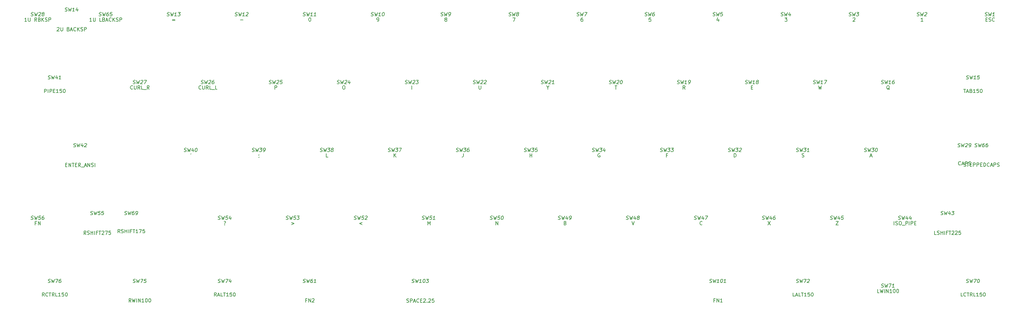
<source format=gbr>
%TF.GenerationSoftware,KiCad,Pcbnew,(6.0.7)*%
%TF.CreationDate,2022-08-19T07:51:27+02:00*%
%TF.ProjectId,nue-pcb,6e75652d-7063-4622-9e6b-696361645f70,0.1*%
%TF.SameCoordinates,Original*%
%TF.FileFunction,Other,Comment*%
%FSLAX46Y46*%
G04 Gerber Fmt 4.6, Leading zero omitted, Abs format (unit mm)*
G04 Created by KiCad (PCBNEW (6.0.7)) date 2022-08-19 07:51:27*
%MOMM*%
%LPD*%
G01*
G04 APERTURE LIST*
%ADD10C,0.150000*%
G04 APERTURE END LIST*
D10*
%TO.C,SW1*%
X330365446Y-69992261D02*
X330502351Y-70039880D01*
X330740446Y-70039880D01*
X330841636Y-69992261D01*
X330895208Y-69944642D01*
X330954732Y-69849404D01*
X330966636Y-69754166D01*
X330930922Y-69658928D01*
X330889255Y-69611309D01*
X330799970Y-69563690D01*
X330615446Y-69516071D01*
X330526160Y-69468452D01*
X330484494Y-69420833D01*
X330448779Y-69325595D01*
X330460684Y-69230357D01*
X330520208Y-69135119D01*
X330573779Y-69087500D01*
X330674970Y-69039880D01*
X330913065Y-69039880D01*
X331049970Y-69087500D01*
X331389255Y-69039880D02*
X331502351Y-70039880D01*
X331782113Y-69325595D01*
X331883303Y-70039880D01*
X332246398Y-69039880D01*
X333026160Y-70039880D02*
X332454732Y-70039880D01*
X332740446Y-70039880D02*
X332865446Y-69039880D01*
X332752351Y-69182738D01*
X332645208Y-69277976D01*
X332544017Y-69325595D01*
X330597023Y-71016071D02*
X330930357Y-71016071D01*
X331073214Y-71539880D02*
X330597023Y-71539880D01*
X330597023Y-70539880D01*
X331073214Y-70539880D01*
X331454166Y-71492261D02*
X331597023Y-71539880D01*
X331835119Y-71539880D01*
X331930357Y-71492261D01*
X331977976Y-71444642D01*
X332025595Y-71349404D01*
X332025595Y-71254166D01*
X331977976Y-71158928D01*
X331930357Y-71111309D01*
X331835119Y-71063690D01*
X331644642Y-71016071D01*
X331549404Y-70968452D01*
X331501785Y-70920833D01*
X331454166Y-70825595D01*
X331454166Y-70730357D01*
X331501785Y-70635119D01*
X331549404Y-70587500D01*
X331644642Y-70539880D01*
X331882738Y-70539880D01*
X332025595Y-70587500D01*
X333025595Y-71444642D02*
X332977976Y-71492261D01*
X332835119Y-71539880D01*
X332739880Y-71539880D01*
X332597023Y-71492261D01*
X332501785Y-71397023D01*
X332454166Y-71301785D01*
X332406547Y-71111309D01*
X332406547Y-70968452D01*
X332454166Y-70777976D01*
X332501785Y-70682738D01*
X332597023Y-70587500D01*
X332739880Y-70539880D01*
X332835119Y-70539880D01*
X332977976Y-70587500D01*
X333025595Y-70635119D01*
%TO.C,SW2*%
X311315446Y-69992261D02*
X311452351Y-70039880D01*
X311690446Y-70039880D01*
X311791636Y-69992261D01*
X311845208Y-69944642D01*
X311904732Y-69849404D01*
X311916636Y-69754166D01*
X311880922Y-69658928D01*
X311839255Y-69611309D01*
X311749970Y-69563690D01*
X311565446Y-69516071D01*
X311476160Y-69468452D01*
X311434494Y-69420833D01*
X311398779Y-69325595D01*
X311410684Y-69230357D01*
X311470208Y-69135119D01*
X311523779Y-69087500D01*
X311624970Y-69039880D01*
X311863065Y-69039880D01*
X311999970Y-69087500D01*
X312339255Y-69039880D02*
X312452351Y-70039880D01*
X312732113Y-69325595D01*
X312833303Y-70039880D01*
X313196398Y-69039880D01*
X313517827Y-69135119D02*
X313571398Y-69087500D01*
X313672589Y-69039880D01*
X313910684Y-69039880D01*
X313999970Y-69087500D01*
X314041636Y-69135119D01*
X314077351Y-69230357D01*
X314065446Y-69325595D01*
X313999970Y-69468452D01*
X313357113Y-70039880D01*
X313976160Y-70039880D01*
X313023214Y-71539880D02*
X312451785Y-71539880D01*
X312737500Y-71539880D02*
X312737500Y-70539880D01*
X312642261Y-70682738D01*
X312547023Y-70777976D01*
X312451785Y-70825595D01*
%TO.C,SW3*%
X292265446Y-69992261D02*
X292402351Y-70039880D01*
X292640446Y-70039880D01*
X292741636Y-69992261D01*
X292795208Y-69944642D01*
X292854732Y-69849404D01*
X292866636Y-69754166D01*
X292830922Y-69658928D01*
X292789255Y-69611309D01*
X292699970Y-69563690D01*
X292515446Y-69516071D01*
X292426160Y-69468452D01*
X292384494Y-69420833D01*
X292348779Y-69325595D01*
X292360684Y-69230357D01*
X292420208Y-69135119D01*
X292473779Y-69087500D01*
X292574970Y-69039880D01*
X292813065Y-69039880D01*
X292949970Y-69087500D01*
X293289255Y-69039880D02*
X293402351Y-70039880D01*
X293682113Y-69325595D01*
X293783303Y-70039880D01*
X294146398Y-69039880D01*
X294432113Y-69039880D02*
X295051160Y-69039880D01*
X294670208Y-69420833D01*
X294813065Y-69420833D01*
X294902351Y-69468452D01*
X294944017Y-69516071D01*
X294979732Y-69611309D01*
X294949970Y-69849404D01*
X294890446Y-69944642D01*
X294836875Y-69992261D01*
X294735684Y-70039880D01*
X294449970Y-70039880D01*
X294360684Y-69992261D01*
X294319017Y-69944642D01*
X293401785Y-70635119D02*
X293449404Y-70587500D01*
X293544642Y-70539880D01*
X293782738Y-70539880D01*
X293877976Y-70587500D01*
X293925595Y-70635119D01*
X293973214Y-70730357D01*
X293973214Y-70825595D01*
X293925595Y-70968452D01*
X293354166Y-71539880D01*
X293973214Y-71539880D01*
%TO.C,SW4*%
X273215446Y-69992261D02*
X273352351Y-70039880D01*
X273590446Y-70039880D01*
X273691636Y-69992261D01*
X273745208Y-69944642D01*
X273804732Y-69849404D01*
X273816636Y-69754166D01*
X273780922Y-69658928D01*
X273739255Y-69611309D01*
X273649970Y-69563690D01*
X273465446Y-69516071D01*
X273376160Y-69468452D01*
X273334494Y-69420833D01*
X273298779Y-69325595D01*
X273310684Y-69230357D01*
X273370208Y-69135119D01*
X273423779Y-69087500D01*
X273524970Y-69039880D01*
X273763065Y-69039880D01*
X273899970Y-69087500D01*
X274239255Y-69039880D02*
X274352351Y-70039880D01*
X274632113Y-69325595D01*
X274733303Y-70039880D01*
X275096398Y-69039880D01*
X275864255Y-69373214D02*
X275780922Y-70039880D01*
X275673779Y-68992261D02*
X275346398Y-69706547D01*
X275965446Y-69706547D01*
X274304166Y-70539880D02*
X274923214Y-70539880D01*
X274589880Y-70920833D01*
X274732738Y-70920833D01*
X274827976Y-70968452D01*
X274875595Y-71016071D01*
X274923214Y-71111309D01*
X274923214Y-71349404D01*
X274875595Y-71444642D01*
X274827976Y-71492261D01*
X274732738Y-71539880D01*
X274447023Y-71539880D01*
X274351785Y-71492261D01*
X274304166Y-71444642D01*
%TO.C,SW5*%
X254165446Y-69992261D02*
X254302351Y-70039880D01*
X254540446Y-70039880D01*
X254641636Y-69992261D01*
X254695208Y-69944642D01*
X254754732Y-69849404D01*
X254766636Y-69754166D01*
X254730922Y-69658928D01*
X254689255Y-69611309D01*
X254599970Y-69563690D01*
X254415446Y-69516071D01*
X254326160Y-69468452D01*
X254284494Y-69420833D01*
X254248779Y-69325595D01*
X254260684Y-69230357D01*
X254320208Y-69135119D01*
X254373779Y-69087500D01*
X254474970Y-69039880D01*
X254713065Y-69039880D01*
X254849970Y-69087500D01*
X255189255Y-69039880D02*
X255302351Y-70039880D01*
X255582113Y-69325595D01*
X255683303Y-70039880D01*
X256046398Y-69039880D01*
X256903541Y-69039880D02*
X256427351Y-69039880D01*
X256320208Y-69516071D01*
X256373779Y-69468452D01*
X256474970Y-69420833D01*
X256713065Y-69420833D01*
X256802351Y-69468452D01*
X256844017Y-69516071D01*
X256879732Y-69611309D01*
X256849970Y-69849404D01*
X256790446Y-69944642D01*
X256736875Y-69992261D01*
X256635684Y-70039880D01*
X256397589Y-70039880D01*
X256308303Y-69992261D01*
X256266636Y-69944642D01*
X255777976Y-70873214D02*
X255777976Y-71539880D01*
X255539880Y-70492261D02*
X255301785Y-71206547D01*
X255920833Y-71206547D01*
%TO.C,SW6*%
X235115446Y-69992261D02*
X235252351Y-70039880D01*
X235490446Y-70039880D01*
X235591636Y-69992261D01*
X235645208Y-69944642D01*
X235704732Y-69849404D01*
X235716636Y-69754166D01*
X235680922Y-69658928D01*
X235639255Y-69611309D01*
X235549970Y-69563690D01*
X235365446Y-69516071D01*
X235276160Y-69468452D01*
X235234494Y-69420833D01*
X235198779Y-69325595D01*
X235210684Y-69230357D01*
X235270208Y-69135119D01*
X235323779Y-69087500D01*
X235424970Y-69039880D01*
X235663065Y-69039880D01*
X235799970Y-69087500D01*
X236139255Y-69039880D02*
X236252351Y-70039880D01*
X236532113Y-69325595D01*
X236633303Y-70039880D01*
X236996398Y-69039880D01*
X237805922Y-69039880D02*
X237615446Y-69039880D01*
X237514255Y-69087500D01*
X237460684Y-69135119D01*
X237347589Y-69277976D01*
X237276160Y-69468452D01*
X237228541Y-69849404D01*
X237264255Y-69944642D01*
X237305922Y-69992261D01*
X237395208Y-70039880D01*
X237585684Y-70039880D01*
X237686875Y-69992261D01*
X237740446Y-69944642D01*
X237799970Y-69849404D01*
X237829732Y-69611309D01*
X237794017Y-69516071D01*
X237752351Y-69468452D01*
X237663065Y-69420833D01*
X237472589Y-69420833D01*
X237371398Y-69468452D01*
X237317827Y-69516071D01*
X237258303Y-69611309D01*
X236775595Y-70539880D02*
X236299404Y-70539880D01*
X236251785Y-71016071D01*
X236299404Y-70968452D01*
X236394642Y-70920833D01*
X236632738Y-70920833D01*
X236727976Y-70968452D01*
X236775595Y-71016071D01*
X236823214Y-71111309D01*
X236823214Y-71349404D01*
X236775595Y-71444642D01*
X236727976Y-71492261D01*
X236632738Y-71539880D01*
X236394642Y-71539880D01*
X236299404Y-71492261D01*
X236251785Y-71444642D01*
%TO.C,SW7*%
X216065446Y-69992261D02*
X216202351Y-70039880D01*
X216440446Y-70039880D01*
X216541636Y-69992261D01*
X216595208Y-69944642D01*
X216654732Y-69849404D01*
X216666636Y-69754166D01*
X216630922Y-69658928D01*
X216589255Y-69611309D01*
X216499970Y-69563690D01*
X216315446Y-69516071D01*
X216226160Y-69468452D01*
X216184494Y-69420833D01*
X216148779Y-69325595D01*
X216160684Y-69230357D01*
X216220208Y-69135119D01*
X216273779Y-69087500D01*
X216374970Y-69039880D01*
X216613065Y-69039880D01*
X216749970Y-69087500D01*
X217089255Y-69039880D02*
X217202351Y-70039880D01*
X217482113Y-69325595D01*
X217583303Y-70039880D01*
X217946398Y-69039880D01*
X218232113Y-69039880D02*
X218898779Y-69039880D01*
X218345208Y-70039880D01*
X217677976Y-70539880D02*
X217487500Y-70539880D01*
X217392261Y-70587500D01*
X217344642Y-70635119D01*
X217249404Y-70777976D01*
X217201785Y-70968452D01*
X217201785Y-71349404D01*
X217249404Y-71444642D01*
X217297023Y-71492261D01*
X217392261Y-71539880D01*
X217582738Y-71539880D01*
X217677976Y-71492261D01*
X217725595Y-71444642D01*
X217773214Y-71349404D01*
X217773214Y-71111309D01*
X217725595Y-71016071D01*
X217677976Y-70968452D01*
X217582738Y-70920833D01*
X217392261Y-70920833D01*
X217297023Y-70968452D01*
X217249404Y-71016071D01*
X217201785Y-71111309D01*
%TO.C,SW8*%
X197015446Y-69992261D02*
X197152351Y-70039880D01*
X197390446Y-70039880D01*
X197491636Y-69992261D01*
X197545208Y-69944642D01*
X197604732Y-69849404D01*
X197616636Y-69754166D01*
X197580922Y-69658928D01*
X197539255Y-69611309D01*
X197449970Y-69563690D01*
X197265446Y-69516071D01*
X197176160Y-69468452D01*
X197134494Y-69420833D01*
X197098779Y-69325595D01*
X197110684Y-69230357D01*
X197170208Y-69135119D01*
X197223779Y-69087500D01*
X197324970Y-69039880D01*
X197563065Y-69039880D01*
X197699970Y-69087500D01*
X198039255Y-69039880D02*
X198152351Y-70039880D01*
X198432113Y-69325595D01*
X198533303Y-70039880D01*
X198896398Y-69039880D01*
X199366636Y-69468452D02*
X199277351Y-69420833D01*
X199235684Y-69373214D01*
X199199970Y-69277976D01*
X199205922Y-69230357D01*
X199265446Y-69135119D01*
X199319017Y-69087500D01*
X199420208Y-69039880D01*
X199610684Y-69039880D01*
X199699970Y-69087500D01*
X199741636Y-69135119D01*
X199777351Y-69230357D01*
X199771398Y-69277976D01*
X199711875Y-69373214D01*
X199658303Y-69420833D01*
X199557113Y-69468452D01*
X199366636Y-69468452D01*
X199265446Y-69516071D01*
X199211875Y-69563690D01*
X199152351Y-69658928D01*
X199128541Y-69849404D01*
X199164255Y-69944642D01*
X199205922Y-69992261D01*
X199295208Y-70039880D01*
X199485684Y-70039880D01*
X199586875Y-69992261D01*
X199640446Y-69944642D01*
X199699970Y-69849404D01*
X199723779Y-69658928D01*
X199688065Y-69563690D01*
X199646398Y-69516071D01*
X199557113Y-69468452D01*
X198104166Y-70539880D02*
X198770833Y-70539880D01*
X198342261Y-71539880D01*
%TO.C,SW9*%
X177965446Y-69992261D02*
X178102351Y-70039880D01*
X178340446Y-70039880D01*
X178441636Y-69992261D01*
X178495208Y-69944642D01*
X178554732Y-69849404D01*
X178566636Y-69754166D01*
X178530922Y-69658928D01*
X178489255Y-69611309D01*
X178399970Y-69563690D01*
X178215446Y-69516071D01*
X178126160Y-69468452D01*
X178084494Y-69420833D01*
X178048779Y-69325595D01*
X178060684Y-69230357D01*
X178120208Y-69135119D01*
X178173779Y-69087500D01*
X178274970Y-69039880D01*
X178513065Y-69039880D01*
X178649970Y-69087500D01*
X178989255Y-69039880D02*
X179102351Y-70039880D01*
X179382113Y-69325595D01*
X179483303Y-70039880D01*
X179846398Y-69039880D01*
X180149970Y-70039880D02*
X180340446Y-70039880D01*
X180441636Y-69992261D01*
X180495208Y-69944642D01*
X180608303Y-69801785D01*
X180679732Y-69611309D01*
X180727351Y-69230357D01*
X180691636Y-69135119D01*
X180649970Y-69087500D01*
X180560684Y-69039880D01*
X180370208Y-69039880D01*
X180269017Y-69087500D01*
X180215446Y-69135119D01*
X180155922Y-69230357D01*
X180126160Y-69468452D01*
X180161875Y-69563690D01*
X180203541Y-69611309D01*
X180292827Y-69658928D01*
X180483303Y-69658928D01*
X180584494Y-69611309D01*
X180638065Y-69563690D01*
X180697589Y-69468452D01*
X179292261Y-70968452D02*
X179197023Y-70920833D01*
X179149404Y-70873214D01*
X179101785Y-70777976D01*
X179101785Y-70730357D01*
X179149404Y-70635119D01*
X179197023Y-70587500D01*
X179292261Y-70539880D01*
X179482738Y-70539880D01*
X179577976Y-70587500D01*
X179625595Y-70635119D01*
X179673214Y-70730357D01*
X179673214Y-70777976D01*
X179625595Y-70873214D01*
X179577976Y-70920833D01*
X179482738Y-70968452D01*
X179292261Y-70968452D01*
X179197023Y-71016071D01*
X179149404Y-71063690D01*
X179101785Y-71158928D01*
X179101785Y-71349404D01*
X179149404Y-71444642D01*
X179197023Y-71492261D01*
X179292261Y-71539880D01*
X179482738Y-71539880D01*
X179577976Y-71492261D01*
X179625595Y-71444642D01*
X179673214Y-71349404D01*
X179673214Y-71158928D01*
X179625595Y-71063690D01*
X179577976Y-71016071D01*
X179482738Y-70968452D01*
%TO.C,SW10*%
X158439255Y-69992261D02*
X158576160Y-70039880D01*
X158814255Y-70039880D01*
X158915446Y-69992261D01*
X158969017Y-69944642D01*
X159028541Y-69849404D01*
X159040446Y-69754166D01*
X159004732Y-69658928D01*
X158963065Y-69611309D01*
X158873779Y-69563690D01*
X158689255Y-69516071D01*
X158599970Y-69468452D01*
X158558303Y-69420833D01*
X158522589Y-69325595D01*
X158534494Y-69230357D01*
X158594017Y-69135119D01*
X158647589Y-69087500D01*
X158748779Y-69039880D01*
X158986875Y-69039880D01*
X159123779Y-69087500D01*
X159463065Y-69039880D02*
X159576160Y-70039880D01*
X159855922Y-69325595D01*
X159957113Y-70039880D01*
X160320208Y-69039880D01*
X161099970Y-70039880D02*
X160528541Y-70039880D01*
X160814255Y-70039880D02*
X160939255Y-69039880D01*
X160826160Y-69182738D01*
X160719017Y-69277976D01*
X160617827Y-69325595D01*
X161844017Y-69039880D02*
X161939255Y-69039880D01*
X162028541Y-69087500D01*
X162070208Y-69135119D01*
X162105922Y-69230357D01*
X162129732Y-69420833D01*
X162099970Y-69658928D01*
X162028541Y-69849404D01*
X161969017Y-69944642D01*
X161915446Y-69992261D01*
X161814255Y-70039880D01*
X161719017Y-70039880D01*
X161629732Y-69992261D01*
X161588065Y-69944642D01*
X161552351Y-69849404D01*
X161528541Y-69658928D01*
X161558303Y-69420833D01*
X161629732Y-69230357D01*
X161689255Y-69135119D01*
X161742827Y-69087500D01*
X161844017Y-69039880D01*
X160147023Y-71539880D02*
X160337500Y-71539880D01*
X160432738Y-71492261D01*
X160480357Y-71444642D01*
X160575595Y-71301785D01*
X160623214Y-71111309D01*
X160623214Y-70730357D01*
X160575595Y-70635119D01*
X160527976Y-70587500D01*
X160432738Y-70539880D01*
X160242261Y-70539880D01*
X160147023Y-70587500D01*
X160099404Y-70635119D01*
X160051785Y-70730357D01*
X160051785Y-70968452D01*
X160099404Y-71063690D01*
X160147023Y-71111309D01*
X160242261Y-71158928D01*
X160432738Y-71158928D01*
X160527976Y-71111309D01*
X160575595Y-71063690D01*
X160623214Y-70968452D01*
%TO.C,SW11*%
X139389255Y-69992261D02*
X139526160Y-70039880D01*
X139764255Y-70039880D01*
X139865446Y-69992261D01*
X139919017Y-69944642D01*
X139978541Y-69849404D01*
X139990446Y-69754166D01*
X139954732Y-69658928D01*
X139913065Y-69611309D01*
X139823779Y-69563690D01*
X139639255Y-69516071D01*
X139549970Y-69468452D01*
X139508303Y-69420833D01*
X139472589Y-69325595D01*
X139484494Y-69230357D01*
X139544017Y-69135119D01*
X139597589Y-69087500D01*
X139698779Y-69039880D01*
X139936875Y-69039880D01*
X140073779Y-69087500D01*
X140413065Y-69039880D02*
X140526160Y-70039880D01*
X140805922Y-69325595D01*
X140907113Y-70039880D01*
X141270208Y-69039880D01*
X142049970Y-70039880D02*
X141478541Y-70039880D01*
X141764255Y-70039880D02*
X141889255Y-69039880D01*
X141776160Y-69182738D01*
X141669017Y-69277976D01*
X141567827Y-69325595D01*
X143002351Y-70039880D02*
X142430922Y-70039880D01*
X142716636Y-70039880D02*
X142841636Y-69039880D01*
X142728541Y-69182738D01*
X142621398Y-69277976D01*
X142520208Y-69325595D01*
X141239880Y-70539880D02*
X141335119Y-70539880D01*
X141430357Y-70587500D01*
X141477976Y-70635119D01*
X141525595Y-70730357D01*
X141573214Y-70920833D01*
X141573214Y-71158928D01*
X141525595Y-71349404D01*
X141477976Y-71444642D01*
X141430357Y-71492261D01*
X141335119Y-71539880D01*
X141239880Y-71539880D01*
X141144642Y-71492261D01*
X141097023Y-71444642D01*
X141049404Y-71349404D01*
X141001785Y-71158928D01*
X141001785Y-70920833D01*
X141049404Y-70730357D01*
X141097023Y-70635119D01*
X141144642Y-70587500D01*
X141239880Y-70539880D01*
%TO.C,SW12*%
X120339255Y-69992261D02*
X120476160Y-70039880D01*
X120714255Y-70039880D01*
X120815446Y-69992261D01*
X120869017Y-69944642D01*
X120928541Y-69849404D01*
X120940446Y-69754166D01*
X120904732Y-69658928D01*
X120863065Y-69611309D01*
X120773779Y-69563690D01*
X120589255Y-69516071D01*
X120499970Y-69468452D01*
X120458303Y-69420833D01*
X120422589Y-69325595D01*
X120434494Y-69230357D01*
X120494017Y-69135119D01*
X120547589Y-69087500D01*
X120648779Y-69039880D01*
X120886875Y-69039880D01*
X121023779Y-69087500D01*
X121363065Y-69039880D02*
X121476160Y-70039880D01*
X121755922Y-69325595D01*
X121857113Y-70039880D01*
X122220208Y-69039880D01*
X122999970Y-70039880D02*
X122428541Y-70039880D01*
X122714255Y-70039880D02*
X122839255Y-69039880D01*
X122726160Y-69182738D01*
X122619017Y-69277976D01*
X122517827Y-69325595D01*
X123494017Y-69135119D02*
X123547589Y-69087500D01*
X123648779Y-69039880D01*
X123886875Y-69039880D01*
X123976160Y-69087500D01*
X124017827Y-69135119D01*
X124053541Y-69230357D01*
X124041636Y-69325595D01*
X123976160Y-69468452D01*
X123333303Y-70039880D01*
X123952351Y-70039880D01*
X121856547Y-71158928D02*
X122618452Y-71158928D01*
%TO.C,SW13*%
X101289255Y-69992261D02*
X101426160Y-70039880D01*
X101664255Y-70039880D01*
X101765446Y-69992261D01*
X101819017Y-69944642D01*
X101878541Y-69849404D01*
X101890446Y-69754166D01*
X101854732Y-69658928D01*
X101813065Y-69611309D01*
X101723779Y-69563690D01*
X101539255Y-69516071D01*
X101449970Y-69468452D01*
X101408303Y-69420833D01*
X101372589Y-69325595D01*
X101384494Y-69230357D01*
X101444017Y-69135119D01*
X101497589Y-69087500D01*
X101598779Y-69039880D01*
X101836875Y-69039880D01*
X101973779Y-69087500D01*
X102313065Y-69039880D02*
X102426160Y-70039880D01*
X102705922Y-69325595D01*
X102807113Y-70039880D01*
X103170208Y-69039880D01*
X103949970Y-70039880D02*
X103378541Y-70039880D01*
X103664255Y-70039880D02*
X103789255Y-69039880D01*
X103676160Y-69182738D01*
X103569017Y-69277976D01*
X103467827Y-69325595D01*
X104408303Y-69039880D02*
X105027351Y-69039880D01*
X104646398Y-69420833D01*
X104789255Y-69420833D01*
X104878541Y-69468452D01*
X104920208Y-69516071D01*
X104955922Y-69611309D01*
X104926160Y-69849404D01*
X104866636Y-69944642D01*
X104813065Y-69992261D01*
X104711875Y-70039880D01*
X104426160Y-70039880D01*
X104336875Y-69992261D01*
X104295208Y-69944642D01*
X102806547Y-71016071D02*
X103568452Y-71016071D01*
X103568452Y-71301785D02*
X102806547Y-71301785D01*
%TO.C,SW14*%
X72714255Y-68667261D02*
X72851160Y-68714880D01*
X73089255Y-68714880D01*
X73190446Y-68667261D01*
X73244017Y-68619642D01*
X73303541Y-68524404D01*
X73315446Y-68429166D01*
X73279732Y-68333928D01*
X73238065Y-68286309D01*
X73148779Y-68238690D01*
X72964255Y-68191071D01*
X72874970Y-68143452D01*
X72833303Y-68095833D01*
X72797589Y-68000595D01*
X72809494Y-67905357D01*
X72869017Y-67810119D01*
X72922589Y-67762500D01*
X73023779Y-67714880D01*
X73261875Y-67714880D01*
X73398779Y-67762500D01*
X73738065Y-67714880D02*
X73851160Y-68714880D01*
X74130922Y-68000595D01*
X74232113Y-68714880D01*
X74595208Y-67714880D01*
X75374970Y-68714880D02*
X74803541Y-68714880D01*
X75089255Y-68714880D02*
X75214255Y-67714880D01*
X75101160Y-67857738D01*
X74994017Y-67952976D01*
X74892827Y-68000595D01*
X76315446Y-68048214D02*
X76232113Y-68714880D01*
X76124970Y-67667261D02*
X75797589Y-68381547D01*
X76416636Y-68381547D01*
X70517261Y-73335119D02*
X70564880Y-73287500D01*
X70660119Y-73239880D01*
X70898214Y-73239880D01*
X70993452Y-73287500D01*
X71041071Y-73335119D01*
X71088690Y-73430357D01*
X71088690Y-73525595D01*
X71041071Y-73668452D01*
X70469642Y-74239880D01*
X71088690Y-74239880D01*
X71517261Y-73239880D02*
X71517261Y-74049404D01*
X71564880Y-74144642D01*
X71612500Y-74192261D01*
X71707738Y-74239880D01*
X71898214Y-74239880D01*
X71993452Y-74192261D01*
X72041071Y-74144642D01*
X72088690Y-74049404D01*
X72088690Y-73239880D01*
X73660119Y-73716071D02*
X73802976Y-73763690D01*
X73850595Y-73811309D01*
X73898214Y-73906547D01*
X73898214Y-74049404D01*
X73850595Y-74144642D01*
X73802976Y-74192261D01*
X73707738Y-74239880D01*
X73326785Y-74239880D01*
X73326785Y-73239880D01*
X73660119Y-73239880D01*
X73755357Y-73287500D01*
X73802976Y-73335119D01*
X73850595Y-73430357D01*
X73850595Y-73525595D01*
X73802976Y-73620833D01*
X73755357Y-73668452D01*
X73660119Y-73716071D01*
X73326785Y-73716071D01*
X74279166Y-73954166D02*
X74755357Y-73954166D01*
X74183928Y-74239880D02*
X74517261Y-73239880D01*
X74850595Y-74239880D01*
X75755357Y-74144642D02*
X75707738Y-74192261D01*
X75564880Y-74239880D01*
X75469642Y-74239880D01*
X75326785Y-74192261D01*
X75231547Y-74097023D01*
X75183928Y-74001785D01*
X75136309Y-73811309D01*
X75136309Y-73668452D01*
X75183928Y-73477976D01*
X75231547Y-73382738D01*
X75326785Y-73287500D01*
X75469642Y-73239880D01*
X75564880Y-73239880D01*
X75707738Y-73287500D01*
X75755357Y-73335119D01*
X76183928Y-74239880D02*
X76183928Y-73239880D01*
X76755357Y-74239880D02*
X76326785Y-73668452D01*
X76755357Y-73239880D02*
X76183928Y-73811309D01*
X77136309Y-74192261D02*
X77279166Y-74239880D01*
X77517261Y-74239880D01*
X77612500Y-74192261D01*
X77660119Y-74144642D01*
X77707738Y-74049404D01*
X77707738Y-73954166D01*
X77660119Y-73858928D01*
X77612500Y-73811309D01*
X77517261Y-73763690D01*
X77326785Y-73716071D01*
X77231547Y-73668452D01*
X77183928Y-73620833D01*
X77136309Y-73525595D01*
X77136309Y-73430357D01*
X77183928Y-73335119D01*
X77231547Y-73287500D01*
X77326785Y-73239880D01*
X77564880Y-73239880D01*
X77707738Y-73287500D01*
X78136309Y-74239880D02*
X78136309Y-73239880D01*
X78517261Y-73239880D01*
X78612500Y-73287500D01*
X78660119Y-73335119D01*
X78707738Y-73430357D01*
X78707738Y-73573214D01*
X78660119Y-73668452D01*
X78612500Y-73716071D01*
X78517261Y-73763690D01*
X78136309Y-73763690D01*
%TO.C,SW16*%
X301314255Y-89042261D02*
X301451160Y-89089880D01*
X301689255Y-89089880D01*
X301790446Y-89042261D01*
X301844017Y-88994642D01*
X301903541Y-88899404D01*
X301915446Y-88804166D01*
X301879732Y-88708928D01*
X301838065Y-88661309D01*
X301748779Y-88613690D01*
X301564255Y-88566071D01*
X301474970Y-88518452D01*
X301433303Y-88470833D01*
X301397589Y-88375595D01*
X301409494Y-88280357D01*
X301469017Y-88185119D01*
X301522589Y-88137500D01*
X301623779Y-88089880D01*
X301861875Y-88089880D01*
X301998779Y-88137500D01*
X302338065Y-88089880D02*
X302451160Y-89089880D01*
X302730922Y-88375595D01*
X302832113Y-89089880D01*
X303195208Y-88089880D01*
X303974970Y-89089880D02*
X303403541Y-89089880D01*
X303689255Y-89089880D02*
X303814255Y-88089880D01*
X303701160Y-88232738D01*
X303594017Y-88327976D01*
X303492827Y-88375595D01*
X304957113Y-88089880D02*
X304766636Y-88089880D01*
X304665446Y-88137500D01*
X304611875Y-88185119D01*
X304498779Y-88327976D01*
X304427351Y-88518452D01*
X304379732Y-88899404D01*
X304415446Y-88994642D01*
X304457113Y-89042261D01*
X304546398Y-89089880D01*
X304736875Y-89089880D01*
X304838065Y-89042261D01*
X304891636Y-88994642D01*
X304951160Y-88899404D01*
X304980922Y-88661309D01*
X304945208Y-88566071D01*
X304903541Y-88518452D01*
X304814255Y-88470833D01*
X304623779Y-88470833D01*
X304522589Y-88518452D01*
X304469017Y-88566071D01*
X304409494Y-88661309D01*
X303593452Y-90685119D02*
X303498214Y-90637500D01*
X303402976Y-90542261D01*
X303260119Y-90399404D01*
X303164880Y-90351785D01*
X303069642Y-90351785D01*
X303117261Y-90589880D02*
X303022023Y-90542261D01*
X302926785Y-90447023D01*
X302879166Y-90256547D01*
X302879166Y-89923214D01*
X302926785Y-89732738D01*
X303022023Y-89637500D01*
X303117261Y-89589880D01*
X303307738Y-89589880D01*
X303402976Y-89637500D01*
X303498214Y-89732738D01*
X303545833Y-89923214D01*
X303545833Y-90256547D01*
X303498214Y-90447023D01*
X303402976Y-90542261D01*
X303307738Y-90589880D01*
X303117261Y-90589880D01*
%TO.C,SW17*%
X282264255Y-89042261D02*
X282401160Y-89089880D01*
X282639255Y-89089880D01*
X282740446Y-89042261D01*
X282794017Y-88994642D01*
X282853541Y-88899404D01*
X282865446Y-88804166D01*
X282829732Y-88708928D01*
X282788065Y-88661309D01*
X282698779Y-88613690D01*
X282514255Y-88566071D01*
X282424970Y-88518452D01*
X282383303Y-88470833D01*
X282347589Y-88375595D01*
X282359494Y-88280357D01*
X282419017Y-88185119D01*
X282472589Y-88137500D01*
X282573779Y-88089880D01*
X282811875Y-88089880D01*
X282948779Y-88137500D01*
X283288065Y-88089880D02*
X283401160Y-89089880D01*
X283680922Y-88375595D01*
X283782113Y-89089880D01*
X284145208Y-88089880D01*
X284924970Y-89089880D02*
X284353541Y-89089880D01*
X284639255Y-89089880D02*
X284764255Y-88089880D01*
X284651160Y-88232738D01*
X284544017Y-88327976D01*
X284442827Y-88375595D01*
X285383303Y-88089880D02*
X286049970Y-88089880D01*
X285496398Y-89089880D01*
X283733928Y-89589880D02*
X283972023Y-90589880D01*
X284162500Y-89875595D01*
X284352976Y-90589880D01*
X284591071Y-89589880D01*
%TO.C,SW18*%
X263214255Y-89042261D02*
X263351160Y-89089880D01*
X263589255Y-89089880D01*
X263690446Y-89042261D01*
X263744017Y-88994642D01*
X263803541Y-88899404D01*
X263815446Y-88804166D01*
X263779732Y-88708928D01*
X263738065Y-88661309D01*
X263648779Y-88613690D01*
X263464255Y-88566071D01*
X263374970Y-88518452D01*
X263333303Y-88470833D01*
X263297589Y-88375595D01*
X263309494Y-88280357D01*
X263369017Y-88185119D01*
X263422589Y-88137500D01*
X263523779Y-88089880D01*
X263761875Y-88089880D01*
X263898779Y-88137500D01*
X264238065Y-88089880D02*
X264351160Y-89089880D01*
X264630922Y-88375595D01*
X264732113Y-89089880D01*
X265095208Y-88089880D01*
X265874970Y-89089880D02*
X265303541Y-89089880D01*
X265589255Y-89089880D02*
X265714255Y-88089880D01*
X265601160Y-88232738D01*
X265494017Y-88327976D01*
X265392827Y-88375595D01*
X266517827Y-88518452D02*
X266428541Y-88470833D01*
X266386875Y-88423214D01*
X266351160Y-88327976D01*
X266357113Y-88280357D01*
X266416636Y-88185119D01*
X266470208Y-88137500D01*
X266571398Y-88089880D01*
X266761875Y-88089880D01*
X266851160Y-88137500D01*
X266892827Y-88185119D01*
X266928541Y-88280357D01*
X266922589Y-88327976D01*
X266863065Y-88423214D01*
X266809494Y-88470833D01*
X266708303Y-88518452D01*
X266517827Y-88518452D01*
X266416636Y-88566071D01*
X266363065Y-88613690D01*
X266303541Y-88708928D01*
X266279732Y-88899404D01*
X266315446Y-88994642D01*
X266357113Y-89042261D01*
X266446398Y-89089880D01*
X266636875Y-89089880D01*
X266738065Y-89042261D01*
X266791636Y-88994642D01*
X266851160Y-88899404D01*
X266874970Y-88708928D01*
X266839255Y-88613690D01*
X266797589Y-88566071D01*
X266708303Y-88518452D01*
X264898214Y-90066071D02*
X265231547Y-90066071D01*
X265374404Y-90589880D02*
X264898214Y-90589880D01*
X264898214Y-89589880D01*
X265374404Y-89589880D01*
%TO.C,SW19*%
X244164255Y-89042261D02*
X244301160Y-89089880D01*
X244539255Y-89089880D01*
X244640446Y-89042261D01*
X244694017Y-88994642D01*
X244753541Y-88899404D01*
X244765446Y-88804166D01*
X244729732Y-88708928D01*
X244688065Y-88661309D01*
X244598779Y-88613690D01*
X244414255Y-88566071D01*
X244324970Y-88518452D01*
X244283303Y-88470833D01*
X244247589Y-88375595D01*
X244259494Y-88280357D01*
X244319017Y-88185119D01*
X244372589Y-88137500D01*
X244473779Y-88089880D01*
X244711875Y-88089880D01*
X244848779Y-88137500D01*
X245188065Y-88089880D02*
X245301160Y-89089880D01*
X245580922Y-88375595D01*
X245682113Y-89089880D01*
X246045208Y-88089880D01*
X246824970Y-89089880D02*
X246253541Y-89089880D01*
X246539255Y-89089880D02*
X246664255Y-88089880D01*
X246551160Y-88232738D01*
X246444017Y-88327976D01*
X246342827Y-88375595D01*
X247301160Y-89089880D02*
X247491636Y-89089880D01*
X247592827Y-89042261D01*
X247646398Y-88994642D01*
X247759494Y-88851785D01*
X247830922Y-88661309D01*
X247878541Y-88280357D01*
X247842827Y-88185119D01*
X247801160Y-88137500D01*
X247711875Y-88089880D01*
X247521398Y-88089880D01*
X247420208Y-88137500D01*
X247366636Y-88185119D01*
X247307113Y-88280357D01*
X247277351Y-88518452D01*
X247313065Y-88613690D01*
X247354732Y-88661309D01*
X247444017Y-88708928D01*
X247634494Y-88708928D01*
X247735684Y-88661309D01*
X247789255Y-88613690D01*
X247848779Y-88518452D01*
X246372023Y-90589880D02*
X246038690Y-90113690D01*
X245800595Y-90589880D02*
X245800595Y-89589880D01*
X246181547Y-89589880D01*
X246276785Y-89637500D01*
X246324404Y-89685119D01*
X246372023Y-89780357D01*
X246372023Y-89923214D01*
X246324404Y-90018452D01*
X246276785Y-90066071D01*
X246181547Y-90113690D01*
X245800595Y-90113690D01*
%TO.C,SW20*%
X225114255Y-89042261D02*
X225251160Y-89089880D01*
X225489255Y-89089880D01*
X225590446Y-89042261D01*
X225644017Y-88994642D01*
X225703541Y-88899404D01*
X225715446Y-88804166D01*
X225679732Y-88708928D01*
X225638065Y-88661309D01*
X225548779Y-88613690D01*
X225364255Y-88566071D01*
X225274970Y-88518452D01*
X225233303Y-88470833D01*
X225197589Y-88375595D01*
X225209494Y-88280357D01*
X225269017Y-88185119D01*
X225322589Y-88137500D01*
X225423779Y-88089880D01*
X225661875Y-88089880D01*
X225798779Y-88137500D01*
X226138065Y-88089880D02*
X226251160Y-89089880D01*
X226530922Y-88375595D01*
X226632113Y-89089880D01*
X226995208Y-88089880D01*
X227316636Y-88185119D02*
X227370208Y-88137500D01*
X227471398Y-88089880D01*
X227709494Y-88089880D01*
X227798779Y-88137500D01*
X227840446Y-88185119D01*
X227876160Y-88280357D01*
X227864255Y-88375595D01*
X227798779Y-88518452D01*
X227155922Y-89089880D01*
X227774970Y-89089880D01*
X228519017Y-88089880D02*
X228614255Y-88089880D01*
X228703541Y-88137500D01*
X228745208Y-88185119D01*
X228780922Y-88280357D01*
X228804732Y-88470833D01*
X228774970Y-88708928D01*
X228703541Y-88899404D01*
X228644017Y-88994642D01*
X228590446Y-89042261D01*
X228489255Y-89089880D01*
X228394017Y-89089880D01*
X228304732Y-89042261D01*
X228263065Y-88994642D01*
X228227351Y-88899404D01*
X228203541Y-88708928D01*
X228233303Y-88470833D01*
X228304732Y-88280357D01*
X228364255Y-88185119D01*
X228417827Y-88137500D01*
X228519017Y-88089880D01*
X226726785Y-89589880D02*
X227298214Y-89589880D01*
X227012500Y-90589880D02*
X227012500Y-89589880D01*
%TO.C,SW21*%
X206064255Y-89042261D02*
X206201160Y-89089880D01*
X206439255Y-89089880D01*
X206540446Y-89042261D01*
X206594017Y-88994642D01*
X206653541Y-88899404D01*
X206665446Y-88804166D01*
X206629732Y-88708928D01*
X206588065Y-88661309D01*
X206498779Y-88613690D01*
X206314255Y-88566071D01*
X206224970Y-88518452D01*
X206183303Y-88470833D01*
X206147589Y-88375595D01*
X206159494Y-88280357D01*
X206219017Y-88185119D01*
X206272589Y-88137500D01*
X206373779Y-88089880D01*
X206611875Y-88089880D01*
X206748779Y-88137500D01*
X207088065Y-88089880D02*
X207201160Y-89089880D01*
X207480922Y-88375595D01*
X207582113Y-89089880D01*
X207945208Y-88089880D01*
X208266636Y-88185119D02*
X208320208Y-88137500D01*
X208421398Y-88089880D01*
X208659494Y-88089880D01*
X208748779Y-88137500D01*
X208790446Y-88185119D01*
X208826160Y-88280357D01*
X208814255Y-88375595D01*
X208748779Y-88518452D01*
X208105922Y-89089880D01*
X208724970Y-89089880D01*
X209677351Y-89089880D02*
X209105922Y-89089880D01*
X209391636Y-89089880D02*
X209516636Y-88089880D01*
X209403541Y-88232738D01*
X209296398Y-88327976D01*
X209195208Y-88375595D01*
X207962500Y-90113690D02*
X207962500Y-90589880D01*
X207629166Y-89589880D02*
X207962500Y-90113690D01*
X208295833Y-89589880D01*
%TO.C,SW22*%
X187014255Y-89042261D02*
X187151160Y-89089880D01*
X187389255Y-89089880D01*
X187490446Y-89042261D01*
X187544017Y-88994642D01*
X187603541Y-88899404D01*
X187615446Y-88804166D01*
X187579732Y-88708928D01*
X187538065Y-88661309D01*
X187448779Y-88613690D01*
X187264255Y-88566071D01*
X187174970Y-88518452D01*
X187133303Y-88470833D01*
X187097589Y-88375595D01*
X187109494Y-88280357D01*
X187169017Y-88185119D01*
X187222589Y-88137500D01*
X187323779Y-88089880D01*
X187561875Y-88089880D01*
X187698779Y-88137500D01*
X188038065Y-88089880D02*
X188151160Y-89089880D01*
X188430922Y-88375595D01*
X188532113Y-89089880D01*
X188895208Y-88089880D01*
X189216636Y-88185119D02*
X189270208Y-88137500D01*
X189371398Y-88089880D01*
X189609494Y-88089880D01*
X189698779Y-88137500D01*
X189740446Y-88185119D01*
X189776160Y-88280357D01*
X189764255Y-88375595D01*
X189698779Y-88518452D01*
X189055922Y-89089880D01*
X189674970Y-89089880D01*
X190169017Y-88185119D02*
X190222589Y-88137500D01*
X190323779Y-88089880D01*
X190561875Y-88089880D01*
X190651160Y-88137500D01*
X190692827Y-88185119D01*
X190728541Y-88280357D01*
X190716636Y-88375595D01*
X190651160Y-88518452D01*
X190008303Y-89089880D01*
X190627351Y-89089880D01*
X188626785Y-89589880D02*
X188626785Y-90399404D01*
X188674404Y-90494642D01*
X188722023Y-90542261D01*
X188817261Y-90589880D01*
X189007738Y-90589880D01*
X189102976Y-90542261D01*
X189150595Y-90494642D01*
X189198214Y-90399404D01*
X189198214Y-89589880D01*
%TO.C,SW23*%
X167964255Y-89042261D02*
X168101160Y-89089880D01*
X168339255Y-89089880D01*
X168440446Y-89042261D01*
X168494017Y-88994642D01*
X168553541Y-88899404D01*
X168565446Y-88804166D01*
X168529732Y-88708928D01*
X168488065Y-88661309D01*
X168398779Y-88613690D01*
X168214255Y-88566071D01*
X168124970Y-88518452D01*
X168083303Y-88470833D01*
X168047589Y-88375595D01*
X168059494Y-88280357D01*
X168119017Y-88185119D01*
X168172589Y-88137500D01*
X168273779Y-88089880D01*
X168511875Y-88089880D01*
X168648779Y-88137500D01*
X168988065Y-88089880D02*
X169101160Y-89089880D01*
X169380922Y-88375595D01*
X169482113Y-89089880D01*
X169845208Y-88089880D01*
X170166636Y-88185119D02*
X170220208Y-88137500D01*
X170321398Y-88089880D01*
X170559494Y-88089880D01*
X170648779Y-88137500D01*
X170690446Y-88185119D01*
X170726160Y-88280357D01*
X170714255Y-88375595D01*
X170648779Y-88518452D01*
X170005922Y-89089880D01*
X170624970Y-89089880D01*
X171083303Y-88089880D02*
X171702351Y-88089880D01*
X171321398Y-88470833D01*
X171464255Y-88470833D01*
X171553541Y-88518452D01*
X171595208Y-88566071D01*
X171630922Y-88661309D01*
X171601160Y-88899404D01*
X171541636Y-88994642D01*
X171488065Y-89042261D01*
X171386875Y-89089880D01*
X171101160Y-89089880D01*
X171011875Y-89042261D01*
X170970208Y-88994642D01*
X169862500Y-90589880D02*
X169862500Y-89589880D01*
%TO.C,SW24*%
X148914255Y-89042261D02*
X149051160Y-89089880D01*
X149289255Y-89089880D01*
X149390446Y-89042261D01*
X149444017Y-88994642D01*
X149503541Y-88899404D01*
X149515446Y-88804166D01*
X149479732Y-88708928D01*
X149438065Y-88661309D01*
X149348779Y-88613690D01*
X149164255Y-88566071D01*
X149074970Y-88518452D01*
X149033303Y-88470833D01*
X148997589Y-88375595D01*
X149009494Y-88280357D01*
X149069017Y-88185119D01*
X149122589Y-88137500D01*
X149223779Y-88089880D01*
X149461875Y-88089880D01*
X149598779Y-88137500D01*
X149938065Y-88089880D02*
X150051160Y-89089880D01*
X150330922Y-88375595D01*
X150432113Y-89089880D01*
X150795208Y-88089880D01*
X151116636Y-88185119D02*
X151170208Y-88137500D01*
X151271398Y-88089880D01*
X151509494Y-88089880D01*
X151598779Y-88137500D01*
X151640446Y-88185119D01*
X151676160Y-88280357D01*
X151664255Y-88375595D01*
X151598779Y-88518452D01*
X150955922Y-89089880D01*
X151574970Y-89089880D01*
X152515446Y-88423214D02*
X152432113Y-89089880D01*
X152324970Y-88042261D02*
X151997589Y-88756547D01*
X152616636Y-88756547D01*
X150717261Y-89589880D02*
X150907738Y-89589880D01*
X151002976Y-89637500D01*
X151098214Y-89732738D01*
X151145833Y-89923214D01*
X151145833Y-90256547D01*
X151098214Y-90447023D01*
X151002976Y-90542261D01*
X150907738Y-90589880D01*
X150717261Y-90589880D01*
X150622023Y-90542261D01*
X150526785Y-90447023D01*
X150479166Y-90256547D01*
X150479166Y-89923214D01*
X150526785Y-89732738D01*
X150622023Y-89637500D01*
X150717261Y-89589880D01*
%TO.C,SW25*%
X129864255Y-89042261D02*
X130001160Y-89089880D01*
X130239255Y-89089880D01*
X130340446Y-89042261D01*
X130394017Y-88994642D01*
X130453541Y-88899404D01*
X130465446Y-88804166D01*
X130429732Y-88708928D01*
X130388065Y-88661309D01*
X130298779Y-88613690D01*
X130114255Y-88566071D01*
X130024970Y-88518452D01*
X129983303Y-88470833D01*
X129947589Y-88375595D01*
X129959494Y-88280357D01*
X130019017Y-88185119D01*
X130072589Y-88137500D01*
X130173779Y-88089880D01*
X130411875Y-88089880D01*
X130548779Y-88137500D01*
X130888065Y-88089880D02*
X131001160Y-89089880D01*
X131280922Y-88375595D01*
X131382113Y-89089880D01*
X131745208Y-88089880D01*
X132066636Y-88185119D02*
X132120208Y-88137500D01*
X132221398Y-88089880D01*
X132459494Y-88089880D01*
X132548779Y-88137500D01*
X132590446Y-88185119D01*
X132626160Y-88280357D01*
X132614255Y-88375595D01*
X132548779Y-88518452D01*
X131905922Y-89089880D01*
X132524970Y-89089880D01*
X133554732Y-88089880D02*
X133078541Y-88089880D01*
X132971398Y-88566071D01*
X133024970Y-88518452D01*
X133126160Y-88470833D01*
X133364255Y-88470833D01*
X133453541Y-88518452D01*
X133495208Y-88566071D01*
X133530922Y-88661309D01*
X133501160Y-88899404D01*
X133441636Y-88994642D01*
X133388065Y-89042261D01*
X133286875Y-89089880D01*
X133048779Y-89089880D01*
X132959494Y-89042261D01*
X132917827Y-88994642D01*
X131500595Y-90589880D02*
X131500595Y-89589880D01*
X131881547Y-89589880D01*
X131976785Y-89637500D01*
X132024404Y-89685119D01*
X132072023Y-89780357D01*
X132072023Y-89923214D01*
X132024404Y-90018452D01*
X131976785Y-90066071D01*
X131881547Y-90113690D01*
X131500595Y-90113690D01*
%TO.C,SW26*%
X110814255Y-89042261D02*
X110951160Y-89089880D01*
X111189255Y-89089880D01*
X111290446Y-89042261D01*
X111344017Y-88994642D01*
X111403541Y-88899404D01*
X111415446Y-88804166D01*
X111379732Y-88708928D01*
X111338065Y-88661309D01*
X111248779Y-88613690D01*
X111064255Y-88566071D01*
X110974970Y-88518452D01*
X110933303Y-88470833D01*
X110897589Y-88375595D01*
X110909494Y-88280357D01*
X110969017Y-88185119D01*
X111022589Y-88137500D01*
X111123779Y-88089880D01*
X111361875Y-88089880D01*
X111498779Y-88137500D01*
X111838065Y-88089880D02*
X111951160Y-89089880D01*
X112230922Y-88375595D01*
X112332113Y-89089880D01*
X112695208Y-88089880D01*
X113016636Y-88185119D02*
X113070208Y-88137500D01*
X113171398Y-88089880D01*
X113409494Y-88089880D01*
X113498779Y-88137500D01*
X113540446Y-88185119D01*
X113576160Y-88280357D01*
X113564255Y-88375595D01*
X113498779Y-88518452D01*
X112855922Y-89089880D01*
X113474970Y-89089880D01*
X114457113Y-88089880D02*
X114266636Y-88089880D01*
X114165446Y-88137500D01*
X114111875Y-88185119D01*
X113998779Y-88327976D01*
X113927351Y-88518452D01*
X113879732Y-88899404D01*
X113915446Y-88994642D01*
X113957113Y-89042261D01*
X114046398Y-89089880D01*
X114236875Y-89089880D01*
X114338065Y-89042261D01*
X114391636Y-88994642D01*
X114451160Y-88899404D01*
X114480922Y-88661309D01*
X114445208Y-88566071D01*
X114403541Y-88518452D01*
X114314255Y-88470833D01*
X114123779Y-88470833D01*
X114022589Y-88518452D01*
X113969017Y-88566071D01*
X113909494Y-88661309D01*
X110807738Y-90494642D02*
X110760119Y-90542261D01*
X110617261Y-90589880D01*
X110522023Y-90589880D01*
X110379166Y-90542261D01*
X110283928Y-90447023D01*
X110236309Y-90351785D01*
X110188690Y-90161309D01*
X110188690Y-90018452D01*
X110236309Y-89827976D01*
X110283928Y-89732738D01*
X110379166Y-89637500D01*
X110522023Y-89589880D01*
X110617261Y-89589880D01*
X110760119Y-89637500D01*
X110807738Y-89685119D01*
X111236309Y-89589880D02*
X111236309Y-90399404D01*
X111283928Y-90494642D01*
X111331547Y-90542261D01*
X111426785Y-90589880D01*
X111617261Y-90589880D01*
X111712500Y-90542261D01*
X111760119Y-90494642D01*
X111807738Y-90399404D01*
X111807738Y-89589880D01*
X112855357Y-90589880D02*
X112522023Y-90113690D01*
X112283928Y-90589880D02*
X112283928Y-89589880D01*
X112664880Y-89589880D01*
X112760119Y-89637500D01*
X112807738Y-89685119D01*
X112855357Y-89780357D01*
X112855357Y-89923214D01*
X112807738Y-90018452D01*
X112760119Y-90066071D01*
X112664880Y-90113690D01*
X112283928Y-90113690D01*
X113760119Y-90589880D02*
X113283928Y-90589880D01*
X113283928Y-89589880D01*
X113855357Y-90685119D02*
X114617261Y-90685119D01*
X115331547Y-90589880D02*
X114855357Y-90589880D01*
X114855357Y-89589880D01*
%TO.C,SW27*%
X91764255Y-89042261D02*
X91901160Y-89089880D01*
X92139255Y-89089880D01*
X92240446Y-89042261D01*
X92294017Y-88994642D01*
X92353541Y-88899404D01*
X92365446Y-88804166D01*
X92329732Y-88708928D01*
X92288065Y-88661309D01*
X92198779Y-88613690D01*
X92014255Y-88566071D01*
X91924970Y-88518452D01*
X91883303Y-88470833D01*
X91847589Y-88375595D01*
X91859494Y-88280357D01*
X91919017Y-88185119D01*
X91972589Y-88137500D01*
X92073779Y-88089880D01*
X92311875Y-88089880D01*
X92448779Y-88137500D01*
X92788065Y-88089880D02*
X92901160Y-89089880D01*
X93180922Y-88375595D01*
X93282113Y-89089880D01*
X93645208Y-88089880D01*
X93966636Y-88185119D02*
X94020208Y-88137500D01*
X94121398Y-88089880D01*
X94359494Y-88089880D01*
X94448779Y-88137500D01*
X94490446Y-88185119D01*
X94526160Y-88280357D01*
X94514255Y-88375595D01*
X94448779Y-88518452D01*
X93805922Y-89089880D01*
X94424970Y-89089880D01*
X94883303Y-88089880D02*
X95549970Y-88089880D01*
X94996398Y-89089880D01*
X91662500Y-90494642D02*
X91614880Y-90542261D01*
X91472023Y-90589880D01*
X91376785Y-90589880D01*
X91233928Y-90542261D01*
X91138690Y-90447023D01*
X91091071Y-90351785D01*
X91043452Y-90161309D01*
X91043452Y-90018452D01*
X91091071Y-89827976D01*
X91138690Y-89732738D01*
X91233928Y-89637500D01*
X91376785Y-89589880D01*
X91472023Y-89589880D01*
X91614880Y-89637500D01*
X91662500Y-89685119D01*
X92091071Y-89589880D02*
X92091071Y-90399404D01*
X92138690Y-90494642D01*
X92186309Y-90542261D01*
X92281547Y-90589880D01*
X92472023Y-90589880D01*
X92567261Y-90542261D01*
X92614880Y-90494642D01*
X92662500Y-90399404D01*
X92662500Y-89589880D01*
X93710119Y-90589880D02*
X93376785Y-90113690D01*
X93138690Y-90589880D02*
X93138690Y-89589880D01*
X93519642Y-89589880D01*
X93614880Y-89637500D01*
X93662500Y-89685119D01*
X93710119Y-89780357D01*
X93710119Y-89923214D01*
X93662500Y-90018452D01*
X93614880Y-90066071D01*
X93519642Y-90113690D01*
X93138690Y-90113690D01*
X94614880Y-90589880D02*
X94138690Y-90589880D01*
X94138690Y-89589880D01*
X94710119Y-90685119D02*
X95472023Y-90685119D01*
X96281547Y-90589880D02*
X95948214Y-90113690D01*
X95710119Y-90589880D02*
X95710119Y-89589880D01*
X96091071Y-89589880D01*
X96186309Y-89637500D01*
X96233928Y-89685119D01*
X96281547Y-89780357D01*
X96281547Y-89923214D01*
X96233928Y-90018452D01*
X96186309Y-90066071D01*
X96091071Y-90113690D01*
X95710119Y-90113690D01*
%TO.C,SW28*%
X63189255Y-69992261D02*
X63326160Y-70039880D01*
X63564255Y-70039880D01*
X63665446Y-69992261D01*
X63719017Y-69944642D01*
X63778541Y-69849404D01*
X63790446Y-69754166D01*
X63754732Y-69658928D01*
X63713065Y-69611309D01*
X63623779Y-69563690D01*
X63439255Y-69516071D01*
X63349970Y-69468452D01*
X63308303Y-69420833D01*
X63272589Y-69325595D01*
X63284494Y-69230357D01*
X63344017Y-69135119D01*
X63397589Y-69087500D01*
X63498779Y-69039880D01*
X63736875Y-69039880D01*
X63873779Y-69087500D01*
X64213065Y-69039880D02*
X64326160Y-70039880D01*
X64605922Y-69325595D01*
X64707113Y-70039880D01*
X65070208Y-69039880D01*
X65391636Y-69135119D02*
X65445208Y-69087500D01*
X65546398Y-69039880D01*
X65784494Y-69039880D01*
X65873779Y-69087500D01*
X65915446Y-69135119D01*
X65951160Y-69230357D01*
X65939255Y-69325595D01*
X65873779Y-69468452D01*
X65230922Y-70039880D01*
X65849970Y-70039880D01*
X66492827Y-69468452D02*
X66403541Y-69420833D01*
X66361875Y-69373214D01*
X66326160Y-69277976D01*
X66332113Y-69230357D01*
X66391636Y-69135119D01*
X66445208Y-69087500D01*
X66546398Y-69039880D01*
X66736875Y-69039880D01*
X66826160Y-69087500D01*
X66867827Y-69135119D01*
X66903541Y-69230357D01*
X66897589Y-69277976D01*
X66838065Y-69373214D01*
X66784494Y-69420833D01*
X66683303Y-69468452D01*
X66492827Y-69468452D01*
X66391636Y-69516071D01*
X66338065Y-69563690D01*
X66278541Y-69658928D01*
X66254732Y-69849404D01*
X66290446Y-69944642D01*
X66332113Y-69992261D01*
X66421398Y-70039880D01*
X66611875Y-70039880D01*
X66713065Y-69992261D01*
X66766636Y-69944642D01*
X66826160Y-69849404D01*
X66849970Y-69658928D01*
X66814255Y-69563690D01*
X66772589Y-69516071D01*
X66683303Y-69468452D01*
X61992261Y-71539880D02*
X61420833Y-71539880D01*
X61706547Y-71539880D02*
X61706547Y-70539880D01*
X61611309Y-70682738D01*
X61516071Y-70777976D01*
X61420833Y-70825595D01*
X62420833Y-70539880D02*
X62420833Y-71349404D01*
X62468452Y-71444642D01*
X62516071Y-71492261D01*
X62611309Y-71539880D01*
X62801785Y-71539880D01*
X62897023Y-71492261D01*
X62944642Y-71444642D01*
X62992261Y-71349404D01*
X62992261Y-70539880D01*
X64801785Y-71539880D02*
X64468452Y-71063690D01*
X64230357Y-71539880D02*
X64230357Y-70539880D01*
X64611309Y-70539880D01*
X64706547Y-70587500D01*
X64754166Y-70635119D01*
X64801785Y-70730357D01*
X64801785Y-70873214D01*
X64754166Y-70968452D01*
X64706547Y-71016071D01*
X64611309Y-71063690D01*
X64230357Y-71063690D01*
X65563690Y-71016071D02*
X65706547Y-71063690D01*
X65754166Y-71111309D01*
X65801785Y-71206547D01*
X65801785Y-71349404D01*
X65754166Y-71444642D01*
X65706547Y-71492261D01*
X65611309Y-71539880D01*
X65230357Y-71539880D01*
X65230357Y-70539880D01*
X65563690Y-70539880D01*
X65658928Y-70587500D01*
X65706547Y-70635119D01*
X65754166Y-70730357D01*
X65754166Y-70825595D01*
X65706547Y-70920833D01*
X65658928Y-70968452D01*
X65563690Y-71016071D01*
X65230357Y-71016071D01*
X66230357Y-71539880D02*
X66230357Y-70539880D01*
X66801785Y-71539880D02*
X66373214Y-70968452D01*
X66801785Y-70539880D02*
X66230357Y-71111309D01*
X67182738Y-71492261D02*
X67325595Y-71539880D01*
X67563690Y-71539880D01*
X67658928Y-71492261D01*
X67706547Y-71444642D01*
X67754166Y-71349404D01*
X67754166Y-71254166D01*
X67706547Y-71158928D01*
X67658928Y-71111309D01*
X67563690Y-71063690D01*
X67373214Y-71016071D01*
X67277976Y-70968452D01*
X67230357Y-70920833D01*
X67182738Y-70825595D01*
X67182738Y-70730357D01*
X67230357Y-70635119D01*
X67277976Y-70587500D01*
X67373214Y-70539880D01*
X67611309Y-70539880D01*
X67754166Y-70587500D01*
X68182738Y-71539880D02*
X68182738Y-70539880D01*
X68563690Y-70539880D01*
X68658928Y-70587500D01*
X68706547Y-70635119D01*
X68754166Y-70730357D01*
X68754166Y-70873214D01*
X68706547Y-70968452D01*
X68658928Y-71016071D01*
X68563690Y-71063690D01*
X68182738Y-71063690D01*
%TO.C,SW31*%
X277501755Y-108092261D02*
X277638660Y-108139880D01*
X277876755Y-108139880D01*
X277977946Y-108092261D01*
X278031517Y-108044642D01*
X278091041Y-107949404D01*
X278102946Y-107854166D01*
X278067232Y-107758928D01*
X278025565Y-107711309D01*
X277936279Y-107663690D01*
X277751755Y-107616071D01*
X277662470Y-107568452D01*
X277620803Y-107520833D01*
X277585089Y-107425595D01*
X277596994Y-107330357D01*
X277656517Y-107235119D01*
X277710089Y-107187500D01*
X277811279Y-107139880D01*
X278049375Y-107139880D01*
X278186279Y-107187500D01*
X278525565Y-107139880D02*
X278638660Y-108139880D01*
X278918422Y-107425595D01*
X279019613Y-108139880D01*
X279382708Y-107139880D01*
X279668422Y-107139880D02*
X280287470Y-107139880D01*
X279906517Y-107520833D01*
X280049375Y-107520833D01*
X280138660Y-107568452D01*
X280180327Y-107616071D01*
X280216041Y-107711309D01*
X280186279Y-107949404D01*
X280126755Y-108044642D01*
X280073184Y-108092261D01*
X279971994Y-108139880D01*
X279686279Y-108139880D01*
X279596994Y-108092261D01*
X279555327Y-108044642D01*
X281114851Y-108139880D02*
X280543422Y-108139880D01*
X280829136Y-108139880D02*
X280954136Y-107139880D01*
X280841041Y-107282738D01*
X280733898Y-107377976D01*
X280632708Y-107425595D01*
X279114285Y-109592261D02*
X279257142Y-109639880D01*
X279495238Y-109639880D01*
X279590476Y-109592261D01*
X279638095Y-109544642D01*
X279685714Y-109449404D01*
X279685714Y-109354166D01*
X279638095Y-109258928D01*
X279590476Y-109211309D01*
X279495238Y-109163690D01*
X279304761Y-109116071D01*
X279209523Y-109068452D01*
X279161904Y-109020833D01*
X279114285Y-108925595D01*
X279114285Y-108830357D01*
X279161904Y-108735119D01*
X279209523Y-108687500D01*
X279304761Y-108639880D01*
X279542857Y-108639880D01*
X279685714Y-108687500D01*
%TO.C,SW32*%
X258451755Y-108092261D02*
X258588660Y-108139880D01*
X258826755Y-108139880D01*
X258927946Y-108092261D01*
X258981517Y-108044642D01*
X259041041Y-107949404D01*
X259052946Y-107854166D01*
X259017232Y-107758928D01*
X258975565Y-107711309D01*
X258886279Y-107663690D01*
X258701755Y-107616071D01*
X258612470Y-107568452D01*
X258570803Y-107520833D01*
X258535089Y-107425595D01*
X258546994Y-107330357D01*
X258606517Y-107235119D01*
X258660089Y-107187500D01*
X258761279Y-107139880D01*
X258999375Y-107139880D01*
X259136279Y-107187500D01*
X259475565Y-107139880D02*
X259588660Y-108139880D01*
X259868422Y-107425595D01*
X259969613Y-108139880D01*
X260332708Y-107139880D01*
X260618422Y-107139880D02*
X261237470Y-107139880D01*
X260856517Y-107520833D01*
X260999375Y-107520833D01*
X261088660Y-107568452D01*
X261130327Y-107616071D01*
X261166041Y-107711309D01*
X261136279Y-107949404D01*
X261076755Y-108044642D01*
X261023184Y-108092261D01*
X260921994Y-108139880D01*
X260636279Y-108139880D01*
X260546994Y-108092261D01*
X260505327Y-108044642D01*
X261606517Y-107235119D02*
X261660089Y-107187500D01*
X261761279Y-107139880D01*
X261999375Y-107139880D01*
X262088660Y-107187500D01*
X262130327Y-107235119D01*
X262166041Y-107330357D01*
X262154136Y-107425595D01*
X262088660Y-107568452D01*
X261445803Y-108139880D01*
X262064851Y-108139880D01*
X260088095Y-109639880D02*
X260088095Y-108639880D01*
X260326190Y-108639880D01*
X260469047Y-108687500D01*
X260564285Y-108782738D01*
X260611904Y-108877976D01*
X260659523Y-109068452D01*
X260659523Y-109211309D01*
X260611904Y-109401785D01*
X260564285Y-109497023D01*
X260469047Y-109592261D01*
X260326190Y-109639880D01*
X260088095Y-109639880D01*
%TO.C,SW33*%
X239401755Y-108092261D02*
X239538660Y-108139880D01*
X239776755Y-108139880D01*
X239877946Y-108092261D01*
X239931517Y-108044642D01*
X239991041Y-107949404D01*
X240002946Y-107854166D01*
X239967232Y-107758928D01*
X239925565Y-107711309D01*
X239836279Y-107663690D01*
X239651755Y-107616071D01*
X239562470Y-107568452D01*
X239520803Y-107520833D01*
X239485089Y-107425595D01*
X239496994Y-107330357D01*
X239556517Y-107235119D01*
X239610089Y-107187500D01*
X239711279Y-107139880D01*
X239949375Y-107139880D01*
X240086279Y-107187500D01*
X240425565Y-107139880D02*
X240538660Y-108139880D01*
X240818422Y-107425595D01*
X240919613Y-108139880D01*
X241282708Y-107139880D01*
X241568422Y-107139880D02*
X242187470Y-107139880D01*
X241806517Y-107520833D01*
X241949375Y-107520833D01*
X242038660Y-107568452D01*
X242080327Y-107616071D01*
X242116041Y-107711309D01*
X242086279Y-107949404D01*
X242026755Y-108044642D01*
X241973184Y-108092261D01*
X241871994Y-108139880D01*
X241586279Y-108139880D01*
X241496994Y-108092261D01*
X241455327Y-108044642D01*
X242520803Y-107139880D02*
X243139851Y-107139880D01*
X242758898Y-107520833D01*
X242901755Y-107520833D01*
X242991041Y-107568452D01*
X243032708Y-107616071D01*
X243068422Y-107711309D01*
X243038660Y-107949404D01*
X242979136Y-108044642D01*
X242925565Y-108092261D01*
X242824375Y-108139880D01*
X242538660Y-108139880D01*
X242449375Y-108092261D01*
X242407708Y-108044642D01*
X241442857Y-109116071D02*
X241109523Y-109116071D01*
X241109523Y-109639880D02*
X241109523Y-108639880D01*
X241585714Y-108639880D01*
%TO.C,SW34*%
X220351755Y-108092261D02*
X220488660Y-108139880D01*
X220726755Y-108139880D01*
X220827946Y-108092261D01*
X220881517Y-108044642D01*
X220941041Y-107949404D01*
X220952946Y-107854166D01*
X220917232Y-107758928D01*
X220875565Y-107711309D01*
X220786279Y-107663690D01*
X220601755Y-107616071D01*
X220512470Y-107568452D01*
X220470803Y-107520833D01*
X220435089Y-107425595D01*
X220446994Y-107330357D01*
X220506517Y-107235119D01*
X220560089Y-107187500D01*
X220661279Y-107139880D01*
X220899375Y-107139880D01*
X221036279Y-107187500D01*
X221375565Y-107139880D02*
X221488660Y-108139880D01*
X221768422Y-107425595D01*
X221869613Y-108139880D01*
X222232708Y-107139880D01*
X222518422Y-107139880D02*
X223137470Y-107139880D01*
X222756517Y-107520833D01*
X222899375Y-107520833D01*
X222988660Y-107568452D01*
X223030327Y-107616071D01*
X223066041Y-107711309D01*
X223036279Y-107949404D01*
X222976755Y-108044642D01*
X222923184Y-108092261D01*
X222821994Y-108139880D01*
X222536279Y-108139880D01*
X222446994Y-108092261D01*
X222405327Y-108044642D01*
X223952946Y-107473214D02*
X223869613Y-108139880D01*
X223762470Y-107092261D02*
X223435089Y-107806547D01*
X224054136Y-107806547D01*
X222511904Y-108687500D02*
X222416666Y-108639880D01*
X222273809Y-108639880D01*
X222130952Y-108687500D01*
X222035714Y-108782738D01*
X221988095Y-108877976D01*
X221940476Y-109068452D01*
X221940476Y-109211309D01*
X221988095Y-109401785D01*
X222035714Y-109497023D01*
X222130952Y-109592261D01*
X222273809Y-109639880D01*
X222369047Y-109639880D01*
X222511904Y-109592261D01*
X222559523Y-109544642D01*
X222559523Y-109211309D01*
X222369047Y-109211309D01*
%TO.C,SW36*%
X182251755Y-108092261D02*
X182388660Y-108139880D01*
X182626755Y-108139880D01*
X182727946Y-108092261D01*
X182781517Y-108044642D01*
X182841041Y-107949404D01*
X182852946Y-107854166D01*
X182817232Y-107758928D01*
X182775565Y-107711309D01*
X182686279Y-107663690D01*
X182501755Y-107616071D01*
X182412470Y-107568452D01*
X182370803Y-107520833D01*
X182335089Y-107425595D01*
X182346994Y-107330357D01*
X182406517Y-107235119D01*
X182460089Y-107187500D01*
X182561279Y-107139880D01*
X182799375Y-107139880D01*
X182936279Y-107187500D01*
X183275565Y-107139880D02*
X183388660Y-108139880D01*
X183668422Y-107425595D01*
X183769613Y-108139880D01*
X184132708Y-107139880D01*
X184418422Y-107139880D02*
X185037470Y-107139880D01*
X184656517Y-107520833D01*
X184799375Y-107520833D01*
X184888660Y-107568452D01*
X184930327Y-107616071D01*
X184966041Y-107711309D01*
X184936279Y-107949404D01*
X184876755Y-108044642D01*
X184823184Y-108092261D01*
X184721994Y-108139880D01*
X184436279Y-108139880D01*
X184346994Y-108092261D01*
X184305327Y-108044642D01*
X185894613Y-107139880D02*
X185704136Y-107139880D01*
X185602946Y-107187500D01*
X185549375Y-107235119D01*
X185436279Y-107377976D01*
X185364851Y-107568452D01*
X185317232Y-107949404D01*
X185352946Y-108044642D01*
X185394613Y-108092261D01*
X185483898Y-108139880D01*
X185674375Y-108139880D01*
X185775565Y-108092261D01*
X185829136Y-108044642D01*
X185888660Y-107949404D01*
X185918422Y-107711309D01*
X185882708Y-107616071D01*
X185841041Y-107568452D01*
X185751755Y-107520833D01*
X185561279Y-107520833D01*
X185460089Y-107568452D01*
X185406517Y-107616071D01*
X185346994Y-107711309D01*
X184292857Y-108639880D02*
X184292857Y-109354166D01*
X184245238Y-109497023D01*
X184150000Y-109592261D01*
X184007142Y-109639880D01*
X183911904Y-109639880D01*
%TO.C,SW37*%
X163201755Y-108092261D02*
X163338660Y-108139880D01*
X163576755Y-108139880D01*
X163677946Y-108092261D01*
X163731517Y-108044642D01*
X163791041Y-107949404D01*
X163802946Y-107854166D01*
X163767232Y-107758928D01*
X163725565Y-107711309D01*
X163636279Y-107663690D01*
X163451755Y-107616071D01*
X163362470Y-107568452D01*
X163320803Y-107520833D01*
X163285089Y-107425595D01*
X163296994Y-107330357D01*
X163356517Y-107235119D01*
X163410089Y-107187500D01*
X163511279Y-107139880D01*
X163749375Y-107139880D01*
X163886279Y-107187500D01*
X164225565Y-107139880D02*
X164338660Y-108139880D01*
X164618422Y-107425595D01*
X164719613Y-108139880D01*
X165082708Y-107139880D01*
X165368422Y-107139880D02*
X165987470Y-107139880D01*
X165606517Y-107520833D01*
X165749375Y-107520833D01*
X165838660Y-107568452D01*
X165880327Y-107616071D01*
X165916041Y-107711309D01*
X165886279Y-107949404D01*
X165826755Y-108044642D01*
X165773184Y-108092261D01*
X165671994Y-108139880D01*
X165386279Y-108139880D01*
X165296994Y-108092261D01*
X165255327Y-108044642D01*
X166320803Y-107139880D02*
X166987470Y-107139880D01*
X166433898Y-108139880D01*
X164838095Y-109639880D02*
X164838095Y-108639880D01*
X165409523Y-109639880D02*
X164980952Y-109068452D01*
X165409523Y-108639880D02*
X164838095Y-109211309D01*
%TO.C,SW38*%
X144151755Y-108092261D02*
X144288660Y-108139880D01*
X144526755Y-108139880D01*
X144627946Y-108092261D01*
X144681517Y-108044642D01*
X144741041Y-107949404D01*
X144752946Y-107854166D01*
X144717232Y-107758928D01*
X144675565Y-107711309D01*
X144586279Y-107663690D01*
X144401755Y-107616071D01*
X144312470Y-107568452D01*
X144270803Y-107520833D01*
X144235089Y-107425595D01*
X144246994Y-107330357D01*
X144306517Y-107235119D01*
X144360089Y-107187500D01*
X144461279Y-107139880D01*
X144699375Y-107139880D01*
X144836279Y-107187500D01*
X145175565Y-107139880D02*
X145288660Y-108139880D01*
X145568422Y-107425595D01*
X145669613Y-108139880D01*
X146032708Y-107139880D01*
X146318422Y-107139880D02*
X146937470Y-107139880D01*
X146556517Y-107520833D01*
X146699375Y-107520833D01*
X146788660Y-107568452D01*
X146830327Y-107616071D01*
X146866041Y-107711309D01*
X146836279Y-107949404D01*
X146776755Y-108044642D01*
X146723184Y-108092261D01*
X146621994Y-108139880D01*
X146336279Y-108139880D01*
X146246994Y-108092261D01*
X146205327Y-108044642D01*
X147455327Y-107568452D02*
X147366041Y-107520833D01*
X147324375Y-107473214D01*
X147288660Y-107377976D01*
X147294613Y-107330357D01*
X147354136Y-107235119D01*
X147407708Y-107187500D01*
X147508898Y-107139880D01*
X147699375Y-107139880D01*
X147788660Y-107187500D01*
X147830327Y-107235119D01*
X147866041Y-107330357D01*
X147860089Y-107377976D01*
X147800565Y-107473214D01*
X147746994Y-107520833D01*
X147645803Y-107568452D01*
X147455327Y-107568452D01*
X147354136Y-107616071D01*
X147300565Y-107663690D01*
X147241041Y-107758928D01*
X147217232Y-107949404D01*
X147252946Y-108044642D01*
X147294613Y-108092261D01*
X147383898Y-108139880D01*
X147574375Y-108139880D01*
X147675565Y-108092261D01*
X147729136Y-108044642D01*
X147788660Y-107949404D01*
X147812470Y-107758928D01*
X147776755Y-107663690D01*
X147735089Y-107616071D01*
X147645803Y-107568452D01*
X146359523Y-109639880D02*
X145883333Y-109639880D01*
X145883333Y-108639880D01*
%TO.C,SW39*%
X125101755Y-108092261D02*
X125238660Y-108139880D01*
X125476755Y-108139880D01*
X125577946Y-108092261D01*
X125631517Y-108044642D01*
X125691041Y-107949404D01*
X125702946Y-107854166D01*
X125667232Y-107758928D01*
X125625565Y-107711309D01*
X125536279Y-107663690D01*
X125351755Y-107616071D01*
X125262470Y-107568452D01*
X125220803Y-107520833D01*
X125185089Y-107425595D01*
X125196994Y-107330357D01*
X125256517Y-107235119D01*
X125310089Y-107187500D01*
X125411279Y-107139880D01*
X125649375Y-107139880D01*
X125786279Y-107187500D01*
X126125565Y-107139880D02*
X126238660Y-108139880D01*
X126518422Y-107425595D01*
X126619613Y-108139880D01*
X126982708Y-107139880D01*
X127268422Y-107139880D02*
X127887470Y-107139880D01*
X127506517Y-107520833D01*
X127649375Y-107520833D01*
X127738660Y-107568452D01*
X127780327Y-107616071D01*
X127816041Y-107711309D01*
X127786279Y-107949404D01*
X127726755Y-108044642D01*
X127673184Y-108092261D01*
X127571994Y-108139880D01*
X127286279Y-108139880D01*
X127196994Y-108092261D01*
X127155327Y-108044642D01*
X128238660Y-108139880D02*
X128429136Y-108139880D01*
X128530327Y-108092261D01*
X128583898Y-108044642D01*
X128696994Y-107901785D01*
X128768422Y-107711309D01*
X128816041Y-107330357D01*
X128780327Y-107235119D01*
X128738660Y-107187500D01*
X128649375Y-107139880D01*
X128458898Y-107139880D01*
X128357708Y-107187500D01*
X128304136Y-107235119D01*
X128244613Y-107330357D01*
X128214851Y-107568452D01*
X128250565Y-107663690D01*
X128292232Y-107711309D01*
X128381517Y-107758928D01*
X128571994Y-107758928D01*
X128673184Y-107711309D01*
X128726755Y-107663690D01*
X128786279Y-107568452D01*
X127047619Y-109592261D02*
X127047619Y-109639880D01*
X127000000Y-109735119D01*
X126952380Y-109782738D01*
X127000000Y-109020833D02*
X127047619Y-109068452D01*
X127000000Y-109116071D01*
X126952380Y-109068452D01*
X127000000Y-109020833D01*
X127000000Y-109116071D01*
%TO.C,SW40*%
X106051755Y-108092261D02*
X106188660Y-108139880D01*
X106426755Y-108139880D01*
X106527946Y-108092261D01*
X106581517Y-108044642D01*
X106641041Y-107949404D01*
X106652946Y-107854166D01*
X106617232Y-107758928D01*
X106575565Y-107711309D01*
X106486279Y-107663690D01*
X106301755Y-107616071D01*
X106212470Y-107568452D01*
X106170803Y-107520833D01*
X106135089Y-107425595D01*
X106146994Y-107330357D01*
X106206517Y-107235119D01*
X106260089Y-107187500D01*
X106361279Y-107139880D01*
X106599375Y-107139880D01*
X106736279Y-107187500D01*
X107075565Y-107139880D02*
X107188660Y-108139880D01*
X107468422Y-107425595D01*
X107569613Y-108139880D01*
X107932708Y-107139880D01*
X108700565Y-107473214D02*
X108617232Y-108139880D01*
X108510089Y-107092261D02*
X108182708Y-107806547D01*
X108801755Y-107806547D01*
X109456517Y-107139880D02*
X109551755Y-107139880D01*
X109641041Y-107187500D01*
X109682708Y-107235119D01*
X109718422Y-107330357D01*
X109742232Y-107520833D01*
X109712470Y-107758928D01*
X109641041Y-107949404D01*
X109581517Y-108044642D01*
X109527946Y-108092261D01*
X109426755Y-108139880D01*
X109331517Y-108139880D01*
X109242232Y-108092261D01*
X109200565Y-108044642D01*
X109164851Y-107949404D01*
X109141041Y-107758928D01*
X109170803Y-107520833D01*
X109242232Y-107330357D01*
X109301755Y-107235119D01*
X109355327Y-107187500D01*
X109456517Y-107139880D01*
X107997619Y-108639880D02*
X107902380Y-108830357D01*
%TO.C,SW41*%
X67951755Y-87717261D02*
X68088660Y-87764880D01*
X68326755Y-87764880D01*
X68427946Y-87717261D01*
X68481517Y-87669642D01*
X68541041Y-87574404D01*
X68552946Y-87479166D01*
X68517232Y-87383928D01*
X68475565Y-87336309D01*
X68386279Y-87288690D01*
X68201755Y-87241071D01*
X68112470Y-87193452D01*
X68070803Y-87145833D01*
X68035089Y-87050595D01*
X68046994Y-86955357D01*
X68106517Y-86860119D01*
X68160089Y-86812500D01*
X68261279Y-86764880D01*
X68499375Y-86764880D01*
X68636279Y-86812500D01*
X68975565Y-86764880D02*
X69088660Y-87764880D01*
X69368422Y-87050595D01*
X69469613Y-87764880D01*
X69832708Y-86764880D01*
X70600565Y-87098214D02*
X70517232Y-87764880D01*
X70410089Y-86717261D02*
X70082708Y-87431547D01*
X70701755Y-87431547D01*
X71564851Y-87764880D02*
X70993422Y-87764880D01*
X71279136Y-87764880D02*
X71404136Y-86764880D01*
X71291041Y-86907738D01*
X71183898Y-87002976D01*
X71082708Y-87050595D01*
X66969047Y-91574880D02*
X66969047Y-90574880D01*
X67350000Y-90574880D01*
X67445238Y-90622500D01*
X67492857Y-90670119D01*
X67540476Y-90765357D01*
X67540476Y-90908214D01*
X67492857Y-91003452D01*
X67445238Y-91051071D01*
X67350000Y-91098690D01*
X66969047Y-91098690D01*
X67969047Y-91574880D02*
X67969047Y-90574880D01*
X68445238Y-91574880D02*
X68445238Y-90574880D01*
X68826190Y-90574880D01*
X68921428Y-90622500D01*
X68969047Y-90670119D01*
X69016666Y-90765357D01*
X69016666Y-90908214D01*
X68969047Y-91003452D01*
X68921428Y-91051071D01*
X68826190Y-91098690D01*
X68445238Y-91098690D01*
X69445238Y-91051071D02*
X69778571Y-91051071D01*
X69921428Y-91574880D02*
X69445238Y-91574880D01*
X69445238Y-90574880D01*
X69921428Y-90574880D01*
X70873809Y-91574880D02*
X70302380Y-91574880D01*
X70588095Y-91574880D02*
X70588095Y-90574880D01*
X70492857Y-90717738D01*
X70397619Y-90812976D01*
X70302380Y-90860595D01*
X71778571Y-90574880D02*
X71302380Y-90574880D01*
X71254761Y-91051071D01*
X71302380Y-91003452D01*
X71397619Y-90955833D01*
X71635714Y-90955833D01*
X71730952Y-91003452D01*
X71778571Y-91051071D01*
X71826190Y-91146309D01*
X71826190Y-91384404D01*
X71778571Y-91479642D01*
X71730952Y-91527261D01*
X71635714Y-91574880D01*
X71397619Y-91574880D01*
X71302380Y-91527261D01*
X71254761Y-91479642D01*
X72445238Y-90574880D02*
X72540476Y-90574880D01*
X72635714Y-90622500D01*
X72683333Y-90670119D01*
X72730952Y-90765357D01*
X72778571Y-90955833D01*
X72778571Y-91193928D01*
X72730952Y-91384404D01*
X72683333Y-91479642D01*
X72635714Y-91527261D01*
X72540476Y-91574880D01*
X72445238Y-91574880D01*
X72350000Y-91527261D01*
X72302380Y-91479642D01*
X72254761Y-91384404D01*
X72207142Y-91193928D01*
X72207142Y-90955833D01*
X72254761Y-90765357D01*
X72302380Y-90670119D01*
X72350000Y-90622500D01*
X72445238Y-90574880D01*
%TO.C,SW43*%
X317983005Y-125817261D02*
X318119910Y-125864880D01*
X318358005Y-125864880D01*
X318459196Y-125817261D01*
X318512767Y-125769642D01*
X318572291Y-125674404D01*
X318584196Y-125579166D01*
X318548482Y-125483928D01*
X318506815Y-125436309D01*
X318417529Y-125388690D01*
X318233005Y-125341071D01*
X318143720Y-125293452D01*
X318102053Y-125245833D01*
X318066339Y-125150595D01*
X318078244Y-125055357D01*
X318137767Y-124960119D01*
X318191339Y-124912500D01*
X318292529Y-124864880D01*
X318530625Y-124864880D01*
X318667529Y-124912500D01*
X319006815Y-124864880D02*
X319119910Y-125864880D01*
X319399672Y-125150595D01*
X319500863Y-125864880D01*
X319863958Y-124864880D01*
X320631815Y-125198214D02*
X320548482Y-125864880D01*
X320441339Y-124817261D02*
X320113958Y-125531547D01*
X320733005Y-125531547D01*
X321102053Y-124864880D02*
X321721101Y-124864880D01*
X321340148Y-125245833D01*
X321483005Y-125245833D01*
X321572291Y-125293452D01*
X321613958Y-125341071D01*
X321649672Y-125436309D01*
X321619910Y-125674404D01*
X321560386Y-125769642D01*
X321506815Y-125817261D01*
X321405625Y-125864880D01*
X321119910Y-125864880D01*
X321030625Y-125817261D01*
X320988958Y-125769642D01*
X316714583Y-131389880D02*
X316238392Y-131389880D01*
X316238392Y-130389880D01*
X317000297Y-131342261D02*
X317143154Y-131389880D01*
X317381250Y-131389880D01*
X317476488Y-131342261D01*
X317524107Y-131294642D01*
X317571726Y-131199404D01*
X317571726Y-131104166D01*
X317524107Y-131008928D01*
X317476488Y-130961309D01*
X317381250Y-130913690D01*
X317190773Y-130866071D01*
X317095535Y-130818452D01*
X317047916Y-130770833D01*
X317000297Y-130675595D01*
X317000297Y-130580357D01*
X317047916Y-130485119D01*
X317095535Y-130437500D01*
X317190773Y-130389880D01*
X317428869Y-130389880D01*
X317571726Y-130437500D01*
X318000297Y-131389880D02*
X318000297Y-130389880D01*
X318000297Y-130866071D02*
X318571726Y-130866071D01*
X318571726Y-131389880D02*
X318571726Y-130389880D01*
X319047916Y-131389880D02*
X319047916Y-130389880D01*
X319857440Y-130866071D02*
X319524107Y-130866071D01*
X319524107Y-131389880D02*
X319524107Y-130389880D01*
X320000297Y-130389880D01*
X320238392Y-130389880D02*
X320809821Y-130389880D01*
X320524107Y-131389880D02*
X320524107Y-130389880D01*
X321095535Y-130485119D02*
X321143154Y-130437500D01*
X321238392Y-130389880D01*
X321476488Y-130389880D01*
X321571726Y-130437500D01*
X321619345Y-130485119D01*
X321666964Y-130580357D01*
X321666964Y-130675595D01*
X321619345Y-130818452D01*
X321047916Y-131389880D01*
X321666964Y-131389880D01*
X322047916Y-130485119D02*
X322095535Y-130437500D01*
X322190773Y-130389880D01*
X322428869Y-130389880D01*
X322524107Y-130437500D01*
X322571726Y-130485119D01*
X322619345Y-130580357D01*
X322619345Y-130675595D01*
X322571726Y-130818452D01*
X322000297Y-131389880D01*
X322619345Y-131389880D01*
X323524107Y-130389880D02*
X323047916Y-130389880D01*
X323000297Y-130866071D01*
X323047916Y-130818452D01*
X323143154Y-130770833D01*
X323381250Y-130770833D01*
X323476488Y-130818452D01*
X323524107Y-130866071D01*
X323571726Y-130961309D01*
X323571726Y-131199404D01*
X323524107Y-131294642D01*
X323476488Y-131342261D01*
X323381250Y-131389880D01*
X323143154Y-131389880D01*
X323047916Y-131342261D01*
X323000297Y-131294642D01*
%TO.C,SW45*%
X287026755Y-127142261D02*
X287163660Y-127189880D01*
X287401755Y-127189880D01*
X287502946Y-127142261D01*
X287556517Y-127094642D01*
X287616041Y-126999404D01*
X287627946Y-126904166D01*
X287592232Y-126808928D01*
X287550565Y-126761309D01*
X287461279Y-126713690D01*
X287276755Y-126666071D01*
X287187470Y-126618452D01*
X287145803Y-126570833D01*
X287110089Y-126475595D01*
X287121994Y-126380357D01*
X287181517Y-126285119D01*
X287235089Y-126237500D01*
X287336279Y-126189880D01*
X287574375Y-126189880D01*
X287711279Y-126237500D01*
X288050565Y-126189880D02*
X288163660Y-127189880D01*
X288443422Y-126475595D01*
X288544613Y-127189880D01*
X288907708Y-126189880D01*
X289675565Y-126523214D02*
X289592232Y-127189880D01*
X289485089Y-126142261D02*
X289157708Y-126856547D01*
X289776755Y-126856547D01*
X290717232Y-126189880D02*
X290241041Y-126189880D01*
X290133898Y-126666071D01*
X290187470Y-126618452D01*
X290288660Y-126570833D01*
X290526755Y-126570833D01*
X290616041Y-126618452D01*
X290657708Y-126666071D01*
X290693422Y-126761309D01*
X290663660Y-126999404D01*
X290604136Y-127094642D01*
X290550565Y-127142261D01*
X290449375Y-127189880D01*
X290211279Y-127189880D01*
X290121994Y-127142261D01*
X290080327Y-127094642D01*
X288591666Y-127689880D02*
X289258333Y-127689880D01*
X288591666Y-128689880D01*
X289258333Y-128689880D01*
%TO.C,SW46*%
X267976755Y-127142261D02*
X268113660Y-127189880D01*
X268351755Y-127189880D01*
X268452946Y-127142261D01*
X268506517Y-127094642D01*
X268566041Y-126999404D01*
X268577946Y-126904166D01*
X268542232Y-126808928D01*
X268500565Y-126761309D01*
X268411279Y-126713690D01*
X268226755Y-126666071D01*
X268137470Y-126618452D01*
X268095803Y-126570833D01*
X268060089Y-126475595D01*
X268071994Y-126380357D01*
X268131517Y-126285119D01*
X268185089Y-126237500D01*
X268286279Y-126189880D01*
X268524375Y-126189880D01*
X268661279Y-126237500D01*
X269000565Y-126189880D02*
X269113660Y-127189880D01*
X269393422Y-126475595D01*
X269494613Y-127189880D01*
X269857708Y-126189880D01*
X270625565Y-126523214D02*
X270542232Y-127189880D01*
X270435089Y-126142261D02*
X270107708Y-126856547D01*
X270726755Y-126856547D01*
X271619613Y-126189880D02*
X271429136Y-126189880D01*
X271327946Y-126237500D01*
X271274375Y-126285119D01*
X271161279Y-126427976D01*
X271089851Y-126618452D01*
X271042232Y-126999404D01*
X271077946Y-127094642D01*
X271119613Y-127142261D01*
X271208898Y-127189880D01*
X271399375Y-127189880D01*
X271500565Y-127142261D01*
X271554136Y-127094642D01*
X271613660Y-126999404D01*
X271643422Y-126761309D01*
X271607708Y-126666071D01*
X271566041Y-126618452D01*
X271476755Y-126570833D01*
X271286279Y-126570833D01*
X271185089Y-126618452D01*
X271131517Y-126666071D01*
X271071994Y-126761309D01*
X269541666Y-127689880D02*
X270208333Y-128689880D01*
X270208333Y-127689880D02*
X269541666Y-128689880D01*
%TO.C,SW49*%
X210826755Y-127142261D02*
X210963660Y-127189880D01*
X211201755Y-127189880D01*
X211302946Y-127142261D01*
X211356517Y-127094642D01*
X211416041Y-126999404D01*
X211427946Y-126904166D01*
X211392232Y-126808928D01*
X211350565Y-126761309D01*
X211261279Y-126713690D01*
X211076755Y-126666071D01*
X210987470Y-126618452D01*
X210945803Y-126570833D01*
X210910089Y-126475595D01*
X210921994Y-126380357D01*
X210981517Y-126285119D01*
X211035089Y-126237500D01*
X211136279Y-126189880D01*
X211374375Y-126189880D01*
X211511279Y-126237500D01*
X211850565Y-126189880D02*
X211963660Y-127189880D01*
X212243422Y-126475595D01*
X212344613Y-127189880D01*
X212707708Y-126189880D01*
X213475565Y-126523214D02*
X213392232Y-127189880D01*
X213285089Y-126142261D02*
X212957708Y-126856547D01*
X213576755Y-126856547D01*
X213963660Y-127189880D02*
X214154136Y-127189880D01*
X214255327Y-127142261D01*
X214308898Y-127094642D01*
X214421994Y-126951785D01*
X214493422Y-126761309D01*
X214541041Y-126380357D01*
X214505327Y-126285119D01*
X214463660Y-126237500D01*
X214374375Y-126189880D01*
X214183898Y-126189880D01*
X214082708Y-126237500D01*
X214029136Y-126285119D01*
X213969613Y-126380357D01*
X213939851Y-126618452D01*
X213975565Y-126713690D01*
X214017232Y-126761309D01*
X214106517Y-126808928D01*
X214296994Y-126808928D01*
X214398184Y-126761309D01*
X214451755Y-126713690D01*
X214511279Y-126618452D01*
X212796428Y-128166071D02*
X212939285Y-128213690D01*
X212986904Y-128261309D01*
X213034523Y-128356547D01*
X213034523Y-128499404D01*
X212986904Y-128594642D01*
X212939285Y-128642261D01*
X212844047Y-128689880D01*
X212463095Y-128689880D01*
X212463095Y-127689880D01*
X212796428Y-127689880D01*
X212891666Y-127737500D01*
X212939285Y-127785119D01*
X212986904Y-127880357D01*
X212986904Y-127975595D01*
X212939285Y-128070833D01*
X212891666Y-128118452D01*
X212796428Y-128166071D01*
X212463095Y-128166071D01*
%TO.C,SW50*%
X191776755Y-127142261D02*
X191913660Y-127189880D01*
X192151755Y-127189880D01*
X192252946Y-127142261D01*
X192306517Y-127094642D01*
X192366041Y-126999404D01*
X192377946Y-126904166D01*
X192342232Y-126808928D01*
X192300565Y-126761309D01*
X192211279Y-126713690D01*
X192026755Y-126666071D01*
X191937470Y-126618452D01*
X191895803Y-126570833D01*
X191860089Y-126475595D01*
X191871994Y-126380357D01*
X191931517Y-126285119D01*
X191985089Y-126237500D01*
X192086279Y-126189880D01*
X192324375Y-126189880D01*
X192461279Y-126237500D01*
X192800565Y-126189880D02*
X192913660Y-127189880D01*
X193193422Y-126475595D01*
X193294613Y-127189880D01*
X193657708Y-126189880D01*
X194514851Y-126189880D02*
X194038660Y-126189880D01*
X193931517Y-126666071D01*
X193985089Y-126618452D01*
X194086279Y-126570833D01*
X194324375Y-126570833D01*
X194413660Y-126618452D01*
X194455327Y-126666071D01*
X194491041Y-126761309D01*
X194461279Y-126999404D01*
X194401755Y-127094642D01*
X194348184Y-127142261D01*
X194246994Y-127189880D01*
X194008898Y-127189880D01*
X193919613Y-127142261D01*
X193877946Y-127094642D01*
X195181517Y-126189880D02*
X195276755Y-126189880D01*
X195366041Y-126237500D01*
X195407708Y-126285119D01*
X195443422Y-126380357D01*
X195467232Y-126570833D01*
X195437470Y-126808928D01*
X195366041Y-126999404D01*
X195306517Y-127094642D01*
X195252946Y-127142261D01*
X195151755Y-127189880D01*
X195056517Y-127189880D01*
X194967232Y-127142261D01*
X194925565Y-127094642D01*
X194889851Y-126999404D01*
X194866041Y-126808928D01*
X194895803Y-126570833D01*
X194967232Y-126380357D01*
X195026755Y-126285119D01*
X195080327Y-126237500D01*
X195181517Y-126189880D01*
X193389285Y-128689880D02*
X193389285Y-127689880D01*
X193960714Y-128689880D01*
X193960714Y-127689880D01*
%TO.C,SW51*%
X172726755Y-127142261D02*
X172863660Y-127189880D01*
X173101755Y-127189880D01*
X173202946Y-127142261D01*
X173256517Y-127094642D01*
X173316041Y-126999404D01*
X173327946Y-126904166D01*
X173292232Y-126808928D01*
X173250565Y-126761309D01*
X173161279Y-126713690D01*
X172976755Y-126666071D01*
X172887470Y-126618452D01*
X172845803Y-126570833D01*
X172810089Y-126475595D01*
X172821994Y-126380357D01*
X172881517Y-126285119D01*
X172935089Y-126237500D01*
X173036279Y-126189880D01*
X173274375Y-126189880D01*
X173411279Y-126237500D01*
X173750565Y-126189880D02*
X173863660Y-127189880D01*
X174143422Y-126475595D01*
X174244613Y-127189880D01*
X174607708Y-126189880D01*
X175464851Y-126189880D02*
X174988660Y-126189880D01*
X174881517Y-126666071D01*
X174935089Y-126618452D01*
X175036279Y-126570833D01*
X175274375Y-126570833D01*
X175363660Y-126618452D01*
X175405327Y-126666071D01*
X175441041Y-126761309D01*
X175411279Y-126999404D01*
X175351755Y-127094642D01*
X175298184Y-127142261D01*
X175196994Y-127189880D01*
X174958898Y-127189880D01*
X174869613Y-127142261D01*
X174827946Y-127094642D01*
X176339851Y-127189880D02*
X175768422Y-127189880D01*
X176054136Y-127189880D02*
X176179136Y-126189880D01*
X176066041Y-126332738D01*
X175958898Y-126427976D01*
X175857708Y-126475595D01*
X174291666Y-128689880D02*
X174291666Y-127689880D01*
X174625000Y-128404166D01*
X174958333Y-127689880D01*
X174958333Y-128689880D01*
%TO.C,SW52*%
X153676755Y-127142261D02*
X153813660Y-127189880D01*
X154051755Y-127189880D01*
X154152946Y-127142261D01*
X154206517Y-127094642D01*
X154266041Y-126999404D01*
X154277946Y-126904166D01*
X154242232Y-126808928D01*
X154200565Y-126761309D01*
X154111279Y-126713690D01*
X153926755Y-126666071D01*
X153837470Y-126618452D01*
X153795803Y-126570833D01*
X153760089Y-126475595D01*
X153771994Y-126380357D01*
X153831517Y-126285119D01*
X153885089Y-126237500D01*
X153986279Y-126189880D01*
X154224375Y-126189880D01*
X154361279Y-126237500D01*
X154700565Y-126189880D02*
X154813660Y-127189880D01*
X155093422Y-126475595D01*
X155194613Y-127189880D01*
X155557708Y-126189880D01*
X156414851Y-126189880D02*
X155938660Y-126189880D01*
X155831517Y-126666071D01*
X155885089Y-126618452D01*
X155986279Y-126570833D01*
X156224375Y-126570833D01*
X156313660Y-126618452D01*
X156355327Y-126666071D01*
X156391041Y-126761309D01*
X156361279Y-126999404D01*
X156301755Y-127094642D01*
X156248184Y-127142261D01*
X156146994Y-127189880D01*
X155908898Y-127189880D01*
X155819613Y-127142261D01*
X155777946Y-127094642D01*
X156831517Y-126285119D02*
X156885089Y-126237500D01*
X156986279Y-126189880D01*
X157224375Y-126189880D01*
X157313660Y-126237500D01*
X157355327Y-126285119D01*
X157391041Y-126380357D01*
X157379136Y-126475595D01*
X157313660Y-126618452D01*
X156670803Y-127189880D01*
X157289851Y-127189880D01*
X155955952Y-128023214D02*
X155194047Y-128308928D01*
X155955952Y-128594642D01*
%TO.C,SW53*%
X134626755Y-127142261D02*
X134763660Y-127189880D01*
X135001755Y-127189880D01*
X135102946Y-127142261D01*
X135156517Y-127094642D01*
X135216041Y-126999404D01*
X135227946Y-126904166D01*
X135192232Y-126808928D01*
X135150565Y-126761309D01*
X135061279Y-126713690D01*
X134876755Y-126666071D01*
X134787470Y-126618452D01*
X134745803Y-126570833D01*
X134710089Y-126475595D01*
X134721994Y-126380357D01*
X134781517Y-126285119D01*
X134835089Y-126237500D01*
X134936279Y-126189880D01*
X135174375Y-126189880D01*
X135311279Y-126237500D01*
X135650565Y-126189880D02*
X135763660Y-127189880D01*
X136043422Y-126475595D01*
X136144613Y-127189880D01*
X136507708Y-126189880D01*
X137364851Y-126189880D02*
X136888660Y-126189880D01*
X136781517Y-126666071D01*
X136835089Y-126618452D01*
X136936279Y-126570833D01*
X137174375Y-126570833D01*
X137263660Y-126618452D01*
X137305327Y-126666071D01*
X137341041Y-126761309D01*
X137311279Y-126999404D01*
X137251755Y-127094642D01*
X137198184Y-127142261D01*
X137096994Y-127189880D01*
X136858898Y-127189880D01*
X136769613Y-127142261D01*
X136727946Y-127094642D01*
X137745803Y-126189880D02*
X138364851Y-126189880D01*
X137983898Y-126570833D01*
X138126755Y-126570833D01*
X138216041Y-126618452D01*
X138257708Y-126666071D01*
X138293422Y-126761309D01*
X138263660Y-126999404D01*
X138204136Y-127094642D01*
X138150565Y-127142261D01*
X138049375Y-127189880D01*
X137763660Y-127189880D01*
X137674375Y-127142261D01*
X137632708Y-127094642D01*
X136144047Y-128023214D02*
X136905952Y-128308928D01*
X136144047Y-128594642D01*
%TO.C,SW54*%
X115576755Y-127142261D02*
X115713660Y-127189880D01*
X115951755Y-127189880D01*
X116052946Y-127142261D01*
X116106517Y-127094642D01*
X116166041Y-126999404D01*
X116177946Y-126904166D01*
X116142232Y-126808928D01*
X116100565Y-126761309D01*
X116011279Y-126713690D01*
X115826755Y-126666071D01*
X115737470Y-126618452D01*
X115695803Y-126570833D01*
X115660089Y-126475595D01*
X115671994Y-126380357D01*
X115731517Y-126285119D01*
X115785089Y-126237500D01*
X115886279Y-126189880D01*
X116124375Y-126189880D01*
X116261279Y-126237500D01*
X116600565Y-126189880D02*
X116713660Y-127189880D01*
X116993422Y-126475595D01*
X117094613Y-127189880D01*
X117457708Y-126189880D01*
X118314851Y-126189880D02*
X117838660Y-126189880D01*
X117731517Y-126666071D01*
X117785089Y-126618452D01*
X117886279Y-126570833D01*
X118124375Y-126570833D01*
X118213660Y-126618452D01*
X118255327Y-126666071D01*
X118291041Y-126761309D01*
X118261279Y-126999404D01*
X118201755Y-127094642D01*
X118148184Y-127142261D01*
X118046994Y-127189880D01*
X117808898Y-127189880D01*
X117719613Y-127142261D01*
X117677946Y-127094642D01*
X119177946Y-126523214D02*
X119094613Y-127189880D01*
X118987470Y-126142261D02*
X118660089Y-126856547D01*
X119279136Y-126856547D01*
X117427380Y-128594642D02*
X117475000Y-128642261D01*
X117427380Y-128689880D01*
X117379761Y-128642261D01*
X117427380Y-128594642D01*
X117427380Y-128689880D01*
X117236904Y-127737500D02*
X117332142Y-127689880D01*
X117570238Y-127689880D01*
X117665476Y-127737500D01*
X117713095Y-127832738D01*
X117713095Y-127927976D01*
X117665476Y-128023214D01*
X117617857Y-128070833D01*
X117522619Y-128118452D01*
X117475000Y-128166071D01*
X117427380Y-128261309D01*
X117427380Y-128308928D01*
%TO.C,SW55*%
X79858005Y-125817261D02*
X79994910Y-125864880D01*
X80233005Y-125864880D01*
X80334196Y-125817261D01*
X80387767Y-125769642D01*
X80447291Y-125674404D01*
X80459196Y-125579166D01*
X80423482Y-125483928D01*
X80381815Y-125436309D01*
X80292529Y-125388690D01*
X80108005Y-125341071D01*
X80018720Y-125293452D01*
X79977053Y-125245833D01*
X79941339Y-125150595D01*
X79953244Y-125055357D01*
X80012767Y-124960119D01*
X80066339Y-124912500D01*
X80167529Y-124864880D01*
X80405625Y-124864880D01*
X80542529Y-124912500D01*
X80881815Y-124864880D02*
X80994910Y-125864880D01*
X81274672Y-125150595D01*
X81375863Y-125864880D01*
X81738958Y-124864880D01*
X82596101Y-124864880D02*
X82119910Y-124864880D01*
X82012767Y-125341071D01*
X82066339Y-125293452D01*
X82167529Y-125245833D01*
X82405625Y-125245833D01*
X82494910Y-125293452D01*
X82536577Y-125341071D01*
X82572291Y-125436309D01*
X82542529Y-125674404D01*
X82483005Y-125769642D01*
X82429434Y-125817261D01*
X82328244Y-125864880D01*
X82090148Y-125864880D01*
X82000863Y-125817261D01*
X81959196Y-125769642D01*
X83548482Y-124864880D02*
X83072291Y-124864880D01*
X82965148Y-125341071D01*
X83018720Y-125293452D01*
X83119910Y-125245833D01*
X83358005Y-125245833D01*
X83447291Y-125293452D01*
X83488958Y-125341071D01*
X83524672Y-125436309D01*
X83494910Y-125674404D01*
X83435386Y-125769642D01*
X83381815Y-125817261D01*
X83280625Y-125864880D01*
X83042529Y-125864880D01*
X82953244Y-125817261D01*
X82911577Y-125769642D01*
X78589583Y-131389880D02*
X78256250Y-130913690D01*
X78018154Y-131389880D02*
X78018154Y-130389880D01*
X78399107Y-130389880D01*
X78494345Y-130437500D01*
X78541964Y-130485119D01*
X78589583Y-130580357D01*
X78589583Y-130723214D01*
X78541964Y-130818452D01*
X78494345Y-130866071D01*
X78399107Y-130913690D01*
X78018154Y-130913690D01*
X78970535Y-131342261D02*
X79113392Y-131389880D01*
X79351488Y-131389880D01*
X79446726Y-131342261D01*
X79494345Y-131294642D01*
X79541964Y-131199404D01*
X79541964Y-131104166D01*
X79494345Y-131008928D01*
X79446726Y-130961309D01*
X79351488Y-130913690D01*
X79161011Y-130866071D01*
X79065773Y-130818452D01*
X79018154Y-130770833D01*
X78970535Y-130675595D01*
X78970535Y-130580357D01*
X79018154Y-130485119D01*
X79065773Y-130437500D01*
X79161011Y-130389880D01*
X79399107Y-130389880D01*
X79541964Y-130437500D01*
X79970535Y-131389880D02*
X79970535Y-130389880D01*
X79970535Y-130866071D02*
X80541964Y-130866071D01*
X80541964Y-131389880D02*
X80541964Y-130389880D01*
X81018154Y-131389880D02*
X81018154Y-130389880D01*
X81827678Y-130866071D02*
X81494345Y-130866071D01*
X81494345Y-131389880D02*
X81494345Y-130389880D01*
X81970535Y-130389880D01*
X82208630Y-130389880D02*
X82780059Y-130389880D01*
X82494345Y-131389880D02*
X82494345Y-130389880D01*
X83065773Y-130485119D02*
X83113392Y-130437500D01*
X83208630Y-130389880D01*
X83446726Y-130389880D01*
X83541964Y-130437500D01*
X83589583Y-130485119D01*
X83637202Y-130580357D01*
X83637202Y-130675595D01*
X83589583Y-130818452D01*
X83018154Y-131389880D01*
X83637202Y-131389880D01*
X83970535Y-130389880D02*
X84637202Y-130389880D01*
X84208630Y-131389880D01*
X85494345Y-130389880D02*
X85018154Y-130389880D01*
X84970535Y-130866071D01*
X85018154Y-130818452D01*
X85113392Y-130770833D01*
X85351488Y-130770833D01*
X85446726Y-130818452D01*
X85494345Y-130866071D01*
X85541964Y-130961309D01*
X85541964Y-131199404D01*
X85494345Y-131294642D01*
X85446726Y-131342261D01*
X85351488Y-131389880D01*
X85113392Y-131389880D01*
X85018154Y-131342261D01*
X84970535Y-131294642D01*
%TO.C,SW56*%
X63189255Y-127142261D02*
X63326160Y-127189880D01*
X63564255Y-127189880D01*
X63665446Y-127142261D01*
X63719017Y-127094642D01*
X63778541Y-126999404D01*
X63790446Y-126904166D01*
X63754732Y-126808928D01*
X63713065Y-126761309D01*
X63623779Y-126713690D01*
X63439255Y-126666071D01*
X63349970Y-126618452D01*
X63308303Y-126570833D01*
X63272589Y-126475595D01*
X63284494Y-126380357D01*
X63344017Y-126285119D01*
X63397589Y-126237500D01*
X63498779Y-126189880D01*
X63736875Y-126189880D01*
X63873779Y-126237500D01*
X64213065Y-126189880D02*
X64326160Y-127189880D01*
X64605922Y-126475595D01*
X64707113Y-127189880D01*
X65070208Y-126189880D01*
X65927351Y-126189880D02*
X65451160Y-126189880D01*
X65344017Y-126666071D01*
X65397589Y-126618452D01*
X65498779Y-126570833D01*
X65736875Y-126570833D01*
X65826160Y-126618452D01*
X65867827Y-126666071D01*
X65903541Y-126761309D01*
X65873779Y-126999404D01*
X65814255Y-127094642D01*
X65760684Y-127142261D01*
X65659494Y-127189880D01*
X65421398Y-127189880D01*
X65332113Y-127142261D01*
X65290446Y-127094642D01*
X66832113Y-126189880D02*
X66641636Y-126189880D01*
X66540446Y-126237500D01*
X66486875Y-126285119D01*
X66373779Y-126427976D01*
X66302351Y-126618452D01*
X66254732Y-126999404D01*
X66290446Y-127094642D01*
X66332113Y-127142261D01*
X66421398Y-127189880D01*
X66611875Y-127189880D01*
X66713065Y-127142261D01*
X66766636Y-127094642D01*
X66826160Y-126999404D01*
X66855922Y-126761309D01*
X66820208Y-126666071D01*
X66778541Y-126618452D01*
X66689255Y-126570833D01*
X66498779Y-126570833D01*
X66397589Y-126618452D01*
X66344017Y-126666071D01*
X66284494Y-126761309D01*
X64706547Y-128166071D02*
X64373214Y-128166071D01*
X64373214Y-128689880D02*
X64373214Y-127689880D01*
X64849404Y-127689880D01*
X65230357Y-128689880D02*
X65230357Y-127689880D01*
X65801785Y-128689880D01*
X65801785Y-127689880D01*
%TO.C,SW61*%
X139389255Y-144867261D02*
X139526160Y-144914880D01*
X139764255Y-144914880D01*
X139865446Y-144867261D01*
X139919017Y-144819642D01*
X139978541Y-144724404D01*
X139990446Y-144629166D01*
X139954732Y-144533928D01*
X139913065Y-144486309D01*
X139823779Y-144438690D01*
X139639255Y-144391071D01*
X139549970Y-144343452D01*
X139508303Y-144295833D01*
X139472589Y-144200595D01*
X139484494Y-144105357D01*
X139544017Y-144010119D01*
X139597589Y-143962500D01*
X139698779Y-143914880D01*
X139936875Y-143914880D01*
X140073779Y-143962500D01*
X140413065Y-143914880D02*
X140526160Y-144914880D01*
X140805922Y-144200595D01*
X140907113Y-144914880D01*
X141270208Y-143914880D01*
X142079732Y-143914880D02*
X141889255Y-143914880D01*
X141788065Y-143962500D01*
X141734494Y-144010119D01*
X141621398Y-144152976D01*
X141549970Y-144343452D01*
X141502351Y-144724404D01*
X141538065Y-144819642D01*
X141579732Y-144867261D01*
X141669017Y-144914880D01*
X141859494Y-144914880D01*
X141960684Y-144867261D01*
X142014255Y-144819642D01*
X142073779Y-144724404D01*
X142103541Y-144486309D01*
X142067827Y-144391071D01*
X142026160Y-144343452D01*
X141936875Y-144295833D01*
X141746398Y-144295833D01*
X141645208Y-144343452D01*
X141591636Y-144391071D01*
X141532113Y-144486309D01*
X143002351Y-144914880D02*
X142430922Y-144914880D01*
X142716636Y-144914880D02*
X142841636Y-143914880D01*
X142728541Y-144057738D01*
X142621398Y-144152976D01*
X142520208Y-144200595D01*
X140430357Y-149852071D02*
X140097023Y-149852071D01*
X140097023Y-150375880D02*
X140097023Y-149375880D01*
X140573214Y-149375880D01*
X140954166Y-150375880D02*
X140954166Y-149375880D01*
X141525595Y-150375880D01*
X141525595Y-149375880D01*
X141954166Y-149471119D02*
X142001785Y-149423500D01*
X142097023Y-149375880D01*
X142335119Y-149375880D01*
X142430357Y-149423500D01*
X142477976Y-149471119D01*
X142525595Y-149566357D01*
X142525595Y-149661595D01*
X142477976Y-149804452D01*
X141906547Y-150375880D01*
X142525595Y-150375880D01*
%TO.C,SW65*%
X82239255Y-69992261D02*
X82376160Y-70039880D01*
X82614255Y-70039880D01*
X82715446Y-69992261D01*
X82769017Y-69944642D01*
X82828541Y-69849404D01*
X82840446Y-69754166D01*
X82804732Y-69658928D01*
X82763065Y-69611309D01*
X82673779Y-69563690D01*
X82489255Y-69516071D01*
X82399970Y-69468452D01*
X82358303Y-69420833D01*
X82322589Y-69325595D01*
X82334494Y-69230357D01*
X82394017Y-69135119D01*
X82447589Y-69087500D01*
X82548779Y-69039880D01*
X82786875Y-69039880D01*
X82923779Y-69087500D01*
X83263065Y-69039880D02*
X83376160Y-70039880D01*
X83655922Y-69325595D01*
X83757113Y-70039880D01*
X84120208Y-69039880D01*
X84929732Y-69039880D02*
X84739255Y-69039880D01*
X84638065Y-69087500D01*
X84584494Y-69135119D01*
X84471398Y-69277976D01*
X84399970Y-69468452D01*
X84352351Y-69849404D01*
X84388065Y-69944642D01*
X84429732Y-69992261D01*
X84519017Y-70039880D01*
X84709494Y-70039880D01*
X84810684Y-69992261D01*
X84864255Y-69944642D01*
X84923779Y-69849404D01*
X84953541Y-69611309D01*
X84917827Y-69516071D01*
X84876160Y-69468452D01*
X84786875Y-69420833D01*
X84596398Y-69420833D01*
X84495208Y-69468452D01*
X84441636Y-69516071D01*
X84382113Y-69611309D01*
X85929732Y-69039880D02*
X85453541Y-69039880D01*
X85346398Y-69516071D01*
X85399970Y-69468452D01*
X85501160Y-69420833D01*
X85739255Y-69420833D01*
X85828541Y-69468452D01*
X85870208Y-69516071D01*
X85905922Y-69611309D01*
X85876160Y-69849404D01*
X85816636Y-69944642D01*
X85763065Y-69992261D01*
X85661875Y-70039880D01*
X85423779Y-70039880D01*
X85334494Y-69992261D01*
X85292827Y-69944642D01*
X80208928Y-71539880D02*
X79637500Y-71539880D01*
X79923214Y-71539880D02*
X79923214Y-70539880D01*
X79827976Y-70682738D01*
X79732738Y-70777976D01*
X79637500Y-70825595D01*
X80637500Y-70539880D02*
X80637500Y-71349404D01*
X80685119Y-71444642D01*
X80732738Y-71492261D01*
X80827976Y-71539880D01*
X81018452Y-71539880D01*
X81113690Y-71492261D01*
X81161309Y-71444642D01*
X81208928Y-71349404D01*
X81208928Y-70539880D01*
X82923214Y-71539880D02*
X82447023Y-71539880D01*
X82447023Y-70539880D01*
X83589880Y-71016071D02*
X83732738Y-71063690D01*
X83780357Y-71111309D01*
X83827976Y-71206547D01*
X83827976Y-71349404D01*
X83780357Y-71444642D01*
X83732738Y-71492261D01*
X83637500Y-71539880D01*
X83256547Y-71539880D01*
X83256547Y-70539880D01*
X83589880Y-70539880D01*
X83685119Y-70587500D01*
X83732738Y-70635119D01*
X83780357Y-70730357D01*
X83780357Y-70825595D01*
X83732738Y-70920833D01*
X83685119Y-70968452D01*
X83589880Y-71016071D01*
X83256547Y-71016071D01*
X84208928Y-71254166D02*
X84685119Y-71254166D01*
X84113690Y-71539880D02*
X84447023Y-70539880D01*
X84780357Y-71539880D01*
X85685119Y-71444642D02*
X85637500Y-71492261D01*
X85494642Y-71539880D01*
X85399404Y-71539880D01*
X85256547Y-71492261D01*
X85161309Y-71397023D01*
X85113690Y-71301785D01*
X85066071Y-71111309D01*
X85066071Y-70968452D01*
X85113690Y-70777976D01*
X85161309Y-70682738D01*
X85256547Y-70587500D01*
X85399404Y-70539880D01*
X85494642Y-70539880D01*
X85637500Y-70587500D01*
X85685119Y-70635119D01*
X86113690Y-71539880D02*
X86113690Y-70539880D01*
X86685119Y-71539880D02*
X86256547Y-70968452D01*
X86685119Y-70539880D02*
X86113690Y-71111309D01*
X87066071Y-71492261D02*
X87208928Y-71539880D01*
X87447023Y-71539880D01*
X87542261Y-71492261D01*
X87589880Y-71444642D01*
X87637500Y-71349404D01*
X87637500Y-71254166D01*
X87589880Y-71158928D01*
X87542261Y-71111309D01*
X87447023Y-71063690D01*
X87256547Y-71016071D01*
X87161309Y-70968452D01*
X87113690Y-70920833D01*
X87066071Y-70825595D01*
X87066071Y-70730357D01*
X87113690Y-70635119D01*
X87161309Y-70587500D01*
X87256547Y-70539880D01*
X87494642Y-70539880D01*
X87637500Y-70587500D01*
X88066071Y-71539880D02*
X88066071Y-70539880D01*
X88447023Y-70539880D01*
X88542261Y-70587500D01*
X88589880Y-70635119D01*
X88637500Y-70730357D01*
X88637500Y-70873214D01*
X88589880Y-70968452D01*
X88542261Y-71016071D01*
X88447023Y-71063690D01*
X88066071Y-71063690D01*
%TO.C,SW69*%
X89383005Y-125817261D02*
X89519910Y-125864880D01*
X89758005Y-125864880D01*
X89859196Y-125817261D01*
X89912767Y-125769642D01*
X89972291Y-125674404D01*
X89984196Y-125579166D01*
X89948482Y-125483928D01*
X89906815Y-125436309D01*
X89817529Y-125388690D01*
X89633005Y-125341071D01*
X89543720Y-125293452D01*
X89502053Y-125245833D01*
X89466339Y-125150595D01*
X89478244Y-125055357D01*
X89537767Y-124960119D01*
X89591339Y-124912500D01*
X89692529Y-124864880D01*
X89930625Y-124864880D01*
X90067529Y-124912500D01*
X90406815Y-124864880D02*
X90519910Y-125864880D01*
X90799672Y-125150595D01*
X90900863Y-125864880D01*
X91263958Y-124864880D01*
X92073482Y-124864880D02*
X91883005Y-124864880D01*
X91781815Y-124912500D01*
X91728244Y-124960119D01*
X91615148Y-125102976D01*
X91543720Y-125293452D01*
X91496101Y-125674404D01*
X91531815Y-125769642D01*
X91573482Y-125817261D01*
X91662767Y-125864880D01*
X91853244Y-125864880D01*
X91954434Y-125817261D01*
X92008005Y-125769642D01*
X92067529Y-125674404D01*
X92097291Y-125436309D01*
X92061577Y-125341071D01*
X92019910Y-125293452D01*
X91930625Y-125245833D01*
X91740148Y-125245833D01*
X91638958Y-125293452D01*
X91585386Y-125341071D01*
X91525863Y-125436309D01*
X92519910Y-125864880D02*
X92710386Y-125864880D01*
X92811577Y-125817261D01*
X92865148Y-125769642D01*
X92978244Y-125626785D01*
X93049672Y-125436309D01*
X93097291Y-125055357D01*
X93061577Y-124960119D01*
X93019910Y-124912500D01*
X92930625Y-124864880D01*
X92740148Y-124864880D01*
X92638958Y-124912500D01*
X92585386Y-124960119D01*
X92525863Y-125055357D01*
X92496101Y-125293452D01*
X92531815Y-125388690D01*
X92573482Y-125436309D01*
X92662767Y-125483928D01*
X92853244Y-125483928D01*
X92954434Y-125436309D01*
X93008005Y-125388690D01*
X93067529Y-125293452D01*
X88114583Y-130944880D02*
X87781250Y-130468690D01*
X87543154Y-130944880D02*
X87543154Y-129944880D01*
X87924107Y-129944880D01*
X88019345Y-129992500D01*
X88066964Y-130040119D01*
X88114583Y-130135357D01*
X88114583Y-130278214D01*
X88066964Y-130373452D01*
X88019345Y-130421071D01*
X87924107Y-130468690D01*
X87543154Y-130468690D01*
X88495535Y-130897261D02*
X88638392Y-130944880D01*
X88876488Y-130944880D01*
X88971726Y-130897261D01*
X89019345Y-130849642D01*
X89066964Y-130754404D01*
X89066964Y-130659166D01*
X89019345Y-130563928D01*
X88971726Y-130516309D01*
X88876488Y-130468690D01*
X88686011Y-130421071D01*
X88590773Y-130373452D01*
X88543154Y-130325833D01*
X88495535Y-130230595D01*
X88495535Y-130135357D01*
X88543154Y-130040119D01*
X88590773Y-129992500D01*
X88686011Y-129944880D01*
X88924107Y-129944880D01*
X89066964Y-129992500D01*
X89495535Y-130944880D02*
X89495535Y-129944880D01*
X89495535Y-130421071D02*
X90066964Y-130421071D01*
X90066964Y-130944880D02*
X90066964Y-129944880D01*
X90543154Y-130944880D02*
X90543154Y-129944880D01*
X91352678Y-130421071D02*
X91019345Y-130421071D01*
X91019345Y-130944880D02*
X91019345Y-129944880D01*
X91495535Y-129944880D01*
X91733630Y-129944880D02*
X92305059Y-129944880D01*
X92019345Y-130944880D02*
X92019345Y-129944880D01*
X93162202Y-130944880D02*
X92590773Y-130944880D01*
X92876488Y-130944880D02*
X92876488Y-129944880D01*
X92781250Y-130087738D01*
X92686011Y-130182976D01*
X92590773Y-130230595D01*
X93495535Y-129944880D02*
X94162202Y-129944880D01*
X93733630Y-130944880D01*
X95019345Y-129944880D02*
X94543154Y-129944880D01*
X94495535Y-130421071D01*
X94543154Y-130373452D01*
X94638392Y-130325833D01*
X94876488Y-130325833D01*
X94971726Y-130373452D01*
X95019345Y-130421071D01*
X95066964Y-130516309D01*
X95066964Y-130754404D01*
X95019345Y-130849642D01*
X94971726Y-130897261D01*
X94876488Y-130944880D01*
X94638392Y-130944880D01*
X94543154Y-130897261D01*
X94495535Y-130849642D01*
%TO.C,SW70*%
X325126755Y-144867261D02*
X325263660Y-144914880D01*
X325501755Y-144914880D01*
X325602946Y-144867261D01*
X325656517Y-144819642D01*
X325716041Y-144724404D01*
X325727946Y-144629166D01*
X325692232Y-144533928D01*
X325650565Y-144486309D01*
X325561279Y-144438690D01*
X325376755Y-144391071D01*
X325287470Y-144343452D01*
X325245803Y-144295833D01*
X325210089Y-144200595D01*
X325221994Y-144105357D01*
X325281517Y-144010119D01*
X325335089Y-143962500D01*
X325436279Y-143914880D01*
X325674375Y-143914880D01*
X325811279Y-143962500D01*
X326150565Y-143914880D02*
X326263660Y-144914880D01*
X326543422Y-144200595D01*
X326644613Y-144914880D01*
X327007708Y-143914880D01*
X327293422Y-143914880D02*
X327960089Y-143914880D01*
X327406517Y-144914880D01*
X328531517Y-143914880D02*
X328626755Y-143914880D01*
X328716041Y-143962500D01*
X328757708Y-144010119D01*
X328793422Y-144105357D01*
X328817232Y-144295833D01*
X328787470Y-144533928D01*
X328716041Y-144724404D01*
X328656517Y-144819642D01*
X328602946Y-144867261D01*
X328501755Y-144914880D01*
X328406517Y-144914880D01*
X328317232Y-144867261D01*
X328275565Y-144819642D01*
X328239851Y-144724404D01*
X328216041Y-144533928D01*
X328245803Y-144295833D01*
X328317232Y-144105357D01*
X328376755Y-144010119D01*
X328430327Y-143962500D01*
X328531517Y-143914880D01*
X324120238Y-148724880D02*
X323644047Y-148724880D01*
X323644047Y-147724880D01*
X325025000Y-148629642D02*
X324977380Y-148677261D01*
X324834523Y-148724880D01*
X324739285Y-148724880D01*
X324596428Y-148677261D01*
X324501190Y-148582023D01*
X324453571Y-148486785D01*
X324405952Y-148296309D01*
X324405952Y-148153452D01*
X324453571Y-147962976D01*
X324501190Y-147867738D01*
X324596428Y-147772500D01*
X324739285Y-147724880D01*
X324834523Y-147724880D01*
X324977380Y-147772500D01*
X325025000Y-147820119D01*
X325310714Y-147724880D02*
X325882142Y-147724880D01*
X325596428Y-148724880D02*
X325596428Y-147724880D01*
X326786904Y-148724880D02*
X326453571Y-148248690D01*
X326215476Y-148724880D02*
X326215476Y-147724880D01*
X326596428Y-147724880D01*
X326691666Y-147772500D01*
X326739285Y-147820119D01*
X326786904Y-147915357D01*
X326786904Y-148058214D01*
X326739285Y-148153452D01*
X326691666Y-148201071D01*
X326596428Y-148248690D01*
X326215476Y-148248690D01*
X327691666Y-148724880D02*
X327215476Y-148724880D01*
X327215476Y-147724880D01*
X328548809Y-148724880D02*
X327977380Y-148724880D01*
X328263095Y-148724880D02*
X328263095Y-147724880D01*
X328167857Y-147867738D01*
X328072619Y-147962976D01*
X327977380Y-148010595D01*
X329453571Y-147724880D02*
X328977380Y-147724880D01*
X328929761Y-148201071D01*
X328977380Y-148153452D01*
X329072619Y-148105833D01*
X329310714Y-148105833D01*
X329405952Y-148153452D01*
X329453571Y-148201071D01*
X329501190Y-148296309D01*
X329501190Y-148534404D01*
X329453571Y-148629642D01*
X329405952Y-148677261D01*
X329310714Y-148724880D01*
X329072619Y-148724880D01*
X328977380Y-148677261D01*
X328929761Y-148629642D01*
X330120238Y-147724880D02*
X330215476Y-147724880D01*
X330310714Y-147772500D01*
X330358333Y-147820119D01*
X330405952Y-147915357D01*
X330453571Y-148105833D01*
X330453571Y-148343928D01*
X330405952Y-148534404D01*
X330358333Y-148629642D01*
X330310714Y-148677261D01*
X330215476Y-148724880D01*
X330120238Y-148724880D01*
X330025000Y-148677261D01*
X329977380Y-148629642D01*
X329929761Y-148534404D01*
X329882142Y-148343928D01*
X329882142Y-148105833D01*
X329929761Y-147915357D01*
X329977380Y-147820119D01*
X330025000Y-147772500D01*
X330120238Y-147724880D01*
%TO.C,SW71*%
X301314255Y-146192261D02*
X301451160Y-146239880D01*
X301689255Y-146239880D01*
X301790446Y-146192261D01*
X301844017Y-146144642D01*
X301903541Y-146049404D01*
X301915446Y-145954166D01*
X301879732Y-145858928D01*
X301838065Y-145811309D01*
X301748779Y-145763690D01*
X301564255Y-145716071D01*
X301474970Y-145668452D01*
X301433303Y-145620833D01*
X301397589Y-145525595D01*
X301409494Y-145430357D01*
X301469017Y-145335119D01*
X301522589Y-145287500D01*
X301623779Y-145239880D01*
X301861875Y-145239880D01*
X301998779Y-145287500D01*
X302338065Y-145239880D02*
X302451160Y-146239880D01*
X302730922Y-145525595D01*
X302832113Y-146239880D01*
X303195208Y-145239880D01*
X303480922Y-145239880D02*
X304147589Y-145239880D01*
X303594017Y-146239880D01*
X304927351Y-146239880D02*
X304355922Y-146239880D01*
X304641636Y-146239880D02*
X304766636Y-145239880D01*
X304653541Y-145382738D01*
X304546398Y-145477976D01*
X304445208Y-145525595D01*
X300760119Y-147739880D02*
X300283928Y-147739880D01*
X300283928Y-146739880D01*
X300998214Y-146739880D02*
X301236309Y-147739880D01*
X301426785Y-147025595D01*
X301617261Y-147739880D01*
X301855357Y-146739880D01*
X302236309Y-147739880D02*
X302236309Y-146739880D01*
X302712500Y-147739880D02*
X302712500Y-146739880D01*
X303283928Y-147739880D01*
X303283928Y-146739880D01*
X304283928Y-147739880D02*
X303712500Y-147739880D01*
X303998214Y-147739880D02*
X303998214Y-146739880D01*
X303902976Y-146882738D01*
X303807738Y-146977976D01*
X303712500Y-147025595D01*
X304902976Y-146739880D02*
X304998214Y-146739880D01*
X305093452Y-146787500D01*
X305141071Y-146835119D01*
X305188690Y-146930357D01*
X305236309Y-147120833D01*
X305236309Y-147358928D01*
X305188690Y-147549404D01*
X305141071Y-147644642D01*
X305093452Y-147692261D01*
X304998214Y-147739880D01*
X304902976Y-147739880D01*
X304807738Y-147692261D01*
X304760119Y-147644642D01*
X304712500Y-147549404D01*
X304664880Y-147358928D01*
X304664880Y-147120833D01*
X304712500Y-146930357D01*
X304760119Y-146835119D01*
X304807738Y-146787500D01*
X304902976Y-146739880D01*
X305855357Y-146739880D02*
X305950595Y-146739880D01*
X306045833Y-146787500D01*
X306093452Y-146835119D01*
X306141071Y-146930357D01*
X306188690Y-147120833D01*
X306188690Y-147358928D01*
X306141071Y-147549404D01*
X306093452Y-147644642D01*
X306045833Y-147692261D01*
X305950595Y-147739880D01*
X305855357Y-147739880D01*
X305760119Y-147692261D01*
X305712500Y-147644642D01*
X305664880Y-147549404D01*
X305617261Y-147358928D01*
X305617261Y-147120833D01*
X305664880Y-146930357D01*
X305712500Y-146835119D01*
X305760119Y-146787500D01*
X305855357Y-146739880D01*
%TO.C,SW74*%
X115576755Y-144867261D02*
X115713660Y-144914880D01*
X115951755Y-144914880D01*
X116052946Y-144867261D01*
X116106517Y-144819642D01*
X116166041Y-144724404D01*
X116177946Y-144629166D01*
X116142232Y-144533928D01*
X116100565Y-144486309D01*
X116011279Y-144438690D01*
X115826755Y-144391071D01*
X115737470Y-144343452D01*
X115695803Y-144295833D01*
X115660089Y-144200595D01*
X115671994Y-144105357D01*
X115731517Y-144010119D01*
X115785089Y-143962500D01*
X115886279Y-143914880D01*
X116124375Y-143914880D01*
X116261279Y-143962500D01*
X116600565Y-143914880D02*
X116713660Y-144914880D01*
X116993422Y-144200595D01*
X117094613Y-144914880D01*
X117457708Y-143914880D01*
X117743422Y-143914880D02*
X118410089Y-143914880D01*
X117856517Y-144914880D01*
X119177946Y-144248214D02*
X119094613Y-144914880D01*
X118987470Y-143867261D02*
X118660089Y-144581547D01*
X119279136Y-144581547D01*
X115141666Y-148724880D02*
X114808333Y-148248690D01*
X114570238Y-148724880D02*
X114570238Y-147724880D01*
X114951190Y-147724880D01*
X115046428Y-147772500D01*
X115094047Y-147820119D01*
X115141666Y-147915357D01*
X115141666Y-148058214D01*
X115094047Y-148153452D01*
X115046428Y-148201071D01*
X114951190Y-148248690D01*
X114570238Y-148248690D01*
X115522619Y-148439166D02*
X115998809Y-148439166D01*
X115427380Y-148724880D02*
X115760714Y-147724880D01*
X116094047Y-148724880D01*
X116903571Y-148724880D02*
X116427380Y-148724880D01*
X116427380Y-147724880D01*
X117094047Y-147724880D02*
X117665476Y-147724880D01*
X117379761Y-148724880D02*
X117379761Y-147724880D01*
X118522619Y-148724880D02*
X117951190Y-148724880D01*
X118236904Y-148724880D02*
X118236904Y-147724880D01*
X118141666Y-147867738D01*
X118046428Y-147962976D01*
X117951190Y-148010595D01*
X119427380Y-147724880D02*
X118951190Y-147724880D01*
X118903571Y-148201071D01*
X118951190Y-148153452D01*
X119046428Y-148105833D01*
X119284523Y-148105833D01*
X119379761Y-148153452D01*
X119427380Y-148201071D01*
X119475000Y-148296309D01*
X119475000Y-148534404D01*
X119427380Y-148629642D01*
X119379761Y-148677261D01*
X119284523Y-148724880D01*
X119046428Y-148724880D01*
X118951190Y-148677261D01*
X118903571Y-148629642D01*
X120094047Y-147724880D02*
X120189285Y-147724880D01*
X120284523Y-147772500D01*
X120332142Y-147820119D01*
X120379761Y-147915357D01*
X120427380Y-148105833D01*
X120427380Y-148343928D01*
X120379761Y-148534404D01*
X120332142Y-148629642D01*
X120284523Y-148677261D01*
X120189285Y-148724880D01*
X120094047Y-148724880D01*
X119998809Y-148677261D01*
X119951190Y-148629642D01*
X119903571Y-148534404D01*
X119855952Y-148343928D01*
X119855952Y-148105833D01*
X119903571Y-147915357D01*
X119951190Y-147820119D01*
X119998809Y-147772500D01*
X120094047Y-147724880D01*
%TO.C,SW75*%
X91764255Y-144867261D02*
X91901160Y-144914880D01*
X92139255Y-144914880D01*
X92240446Y-144867261D01*
X92294017Y-144819642D01*
X92353541Y-144724404D01*
X92365446Y-144629166D01*
X92329732Y-144533928D01*
X92288065Y-144486309D01*
X92198779Y-144438690D01*
X92014255Y-144391071D01*
X91924970Y-144343452D01*
X91883303Y-144295833D01*
X91847589Y-144200595D01*
X91859494Y-144105357D01*
X91919017Y-144010119D01*
X91972589Y-143962500D01*
X92073779Y-143914880D01*
X92311875Y-143914880D01*
X92448779Y-143962500D01*
X92788065Y-143914880D02*
X92901160Y-144914880D01*
X93180922Y-144200595D01*
X93282113Y-144914880D01*
X93645208Y-143914880D01*
X93930922Y-143914880D02*
X94597589Y-143914880D01*
X94044017Y-144914880D01*
X95454732Y-143914880D02*
X94978541Y-143914880D01*
X94871398Y-144391071D01*
X94924970Y-144343452D01*
X95026160Y-144295833D01*
X95264255Y-144295833D01*
X95353541Y-144343452D01*
X95395208Y-144391071D01*
X95430922Y-144486309D01*
X95401160Y-144724404D01*
X95341636Y-144819642D01*
X95288065Y-144867261D01*
X95186875Y-144914880D01*
X94948779Y-144914880D01*
X94859494Y-144867261D01*
X94817827Y-144819642D01*
X91210119Y-150375880D02*
X90876785Y-149899690D01*
X90638690Y-150375880D02*
X90638690Y-149375880D01*
X91019642Y-149375880D01*
X91114880Y-149423500D01*
X91162500Y-149471119D01*
X91210119Y-149566357D01*
X91210119Y-149709214D01*
X91162500Y-149804452D01*
X91114880Y-149852071D01*
X91019642Y-149899690D01*
X90638690Y-149899690D01*
X91543452Y-149375880D02*
X91781547Y-150375880D01*
X91972023Y-149661595D01*
X92162500Y-150375880D01*
X92400595Y-149375880D01*
X92781547Y-150375880D02*
X92781547Y-149375880D01*
X93257738Y-150375880D02*
X93257738Y-149375880D01*
X93829166Y-150375880D01*
X93829166Y-149375880D01*
X94829166Y-150375880D02*
X94257738Y-150375880D01*
X94543452Y-150375880D02*
X94543452Y-149375880D01*
X94448214Y-149518738D01*
X94352976Y-149613976D01*
X94257738Y-149661595D01*
X95448214Y-149375880D02*
X95543452Y-149375880D01*
X95638690Y-149423500D01*
X95686309Y-149471119D01*
X95733928Y-149566357D01*
X95781547Y-149756833D01*
X95781547Y-149994928D01*
X95733928Y-150185404D01*
X95686309Y-150280642D01*
X95638690Y-150328261D01*
X95543452Y-150375880D01*
X95448214Y-150375880D01*
X95352976Y-150328261D01*
X95305357Y-150280642D01*
X95257738Y-150185404D01*
X95210119Y-149994928D01*
X95210119Y-149756833D01*
X95257738Y-149566357D01*
X95305357Y-149471119D01*
X95352976Y-149423500D01*
X95448214Y-149375880D01*
X96400595Y-149375880D02*
X96495833Y-149375880D01*
X96591071Y-149423500D01*
X96638690Y-149471119D01*
X96686309Y-149566357D01*
X96733928Y-149756833D01*
X96733928Y-149994928D01*
X96686309Y-150185404D01*
X96638690Y-150280642D01*
X96591071Y-150328261D01*
X96495833Y-150375880D01*
X96400595Y-150375880D01*
X96305357Y-150328261D01*
X96257738Y-150280642D01*
X96210119Y-150185404D01*
X96162500Y-149994928D01*
X96162500Y-149756833D01*
X96210119Y-149566357D01*
X96257738Y-149471119D01*
X96305357Y-149423500D01*
X96400595Y-149375880D01*
%TO.C,SW76*%
X67951755Y-144867261D02*
X68088660Y-144914880D01*
X68326755Y-144914880D01*
X68427946Y-144867261D01*
X68481517Y-144819642D01*
X68541041Y-144724404D01*
X68552946Y-144629166D01*
X68517232Y-144533928D01*
X68475565Y-144486309D01*
X68386279Y-144438690D01*
X68201755Y-144391071D01*
X68112470Y-144343452D01*
X68070803Y-144295833D01*
X68035089Y-144200595D01*
X68046994Y-144105357D01*
X68106517Y-144010119D01*
X68160089Y-143962500D01*
X68261279Y-143914880D01*
X68499375Y-143914880D01*
X68636279Y-143962500D01*
X68975565Y-143914880D02*
X69088660Y-144914880D01*
X69368422Y-144200595D01*
X69469613Y-144914880D01*
X69832708Y-143914880D01*
X70118422Y-143914880D02*
X70785089Y-143914880D01*
X70231517Y-144914880D01*
X71594613Y-143914880D02*
X71404136Y-143914880D01*
X71302946Y-143962500D01*
X71249375Y-144010119D01*
X71136279Y-144152976D01*
X71064851Y-144343452D01*
X71017232Y-144724404D01*
X71052946Y-144819642D01*
X71094613Y-144867261D01*
X71183898Y-144914880D01*
X71374375Y-144914880D01*
X71475565Y-144867261D01*
X71529136Y-144819642D01*
X71588660Y-144724404D01*
X71618422Y-144486309D01*
X71582708Y-144391071D01*
X71541041Y-144343452D01*
X71451755Y-144295833D01*
X71261279Y-144295833D01*
X71160089Y-144343452D01*
X71106517Y-144391071D01*
X71046994Y-144486309D01*
X66945238Y-148724880D02*
X66611904Y-148248690D01*
X66373809Y-148724880D02*
X66373809Y-147724880D01*
X66754761Y-147724880D01*
X66850000Y-147772500D01*
X66897619Y-147820119D01*
X66945238Y-147915357D01*
X66945238Y-148058214D01*
X66897619Y-148153452D01*
X66850000Y-148201071D01*
X66754761Y-148248690D01*
X66373809Y-148248690D01*
X67945238Y-148629642D02*
X67897619Y-148677261D01*
X67754761Y-148724880D01*
X67659523Y-148724880D01*
X67516666Y-148677261D01*
X67421428Y-148582023D01*
X67373809Y-148486785D01*
X67326190Y-148296309D01*
X67326190Y-148153452D01*
X67373809Y-147962976D01*
X67421428Y-147867738D01*
X67516666Y-147772500D01*
X67659523Y-147724880D01*
X67754761Y-147724880D01*
X67897619Y-147772500D01*
X67945238Y-147820119D01*
X68230952Y-147724880D02*
X68802380Y-147724880D01*
X68516666Y-148724880D02*
X68516666Y-147724880D01*
X69707142Y-148724880D02*
X69373809Y-148248690D01*
X69135714Y-148724880D02*
X69135714Y-147724880D01*
X69516666Y-147724880D01*
X69611904Y-147772500D01*
X69659523Y-147820119D01*
X69707142Y-147915357D01*
X69707142Y-148058214D01*
X69659523Y-148153452D01*
X69611904Y-148201071D01*
X69516666Y-148248690D01*
X69135714Y-148248690D01*
X70611904Y-148724880D02*
X70135714Y-148724880D01*
X70135714Y-147724880D01*
X71469047Y-148724880D02*
X70897619Y-148724880D01*
X71183333Y-148724880D02*
X71183333Y-147724880D01*
X71088095Y-147867738D01*
X70992857Y-147962976D01*
X70897619Y-148010595D01*
X72373809Y-147724880D02*
X71897619Y-147724880D01*
X71850000Y-148201071D01*
X71897619Y-148153452D01*
X71992857Y-148105833D01*
X72230952Y-148105833D01*
X72326190Y-148153452D01*
X72373809Y-148201071D01*
X72421428Y-148296309D01*
X72421428Y-148534404D01*
X72373809Y-148629642D01*
X72326190Y-148677261D01*
X72230952Y-148724880D01*
X71992857Y-148724880D01*
X71897619Y-148677261D01*
X71850000Y-148629642D01*
X73040476Y-147724880D02*
X73135714Y-147724880D01*
X73230952Y-147772500D01*
X73278571Y-147820119D01*
X73326190Y-147915357D01*
X73373809Y-148105833D01*
X73373809Y-148343928D01*
X73326190Y-148534404D01*
X73278571Y-148629642D01*
X73230952Y-148677261D01*
X73135714Y-148724880D01*
X73040476Y-148724880D01*
X72945238Y-148677261D01*
X72897619Y-148629642D01*
X72850000Y-148534404D01*
X72802380Y-148343928D01*
X72802380Y-148105833D01*
X72850000Y-147915357D01*
X72897619Y-147820119D01*
X72945238Y-147772500D01*
X73040476Y-147724880D01*
%TO.C,SW44*%
X306076755Y-127142261D02*
X306213660Y-127189880D01*
X306451755Y-127189880D01*
X306552946Y-127142261D01*
X306606517Y-127094642D01*
X306666041Y-126999404D01*
X306677946Y-126904166D01*
X306642232Y-126808928D01*
X306600565Y-126761309D01*
X306511279Y-126713690D01*
X306326755Y-126666071D01*
X306237470Y-126618452D01*
X306195803Y-126570833D01*
X306160089Y-126475595D01*
X306171994Y-126380357D01*
X306231517Y-126285119D01*
X306285089Y-126237500D01*
X306386279Y-126189880D01*
X306624375Y-126189880D01*
X306761279Y-126237500D01*
X307100565Y-126189880D02*
X307213660Y-127189880D01*
X307493422Y-126475595D01*
X307594613Y-127189880D01*
X307957708Y-126189880D01*
X308725565Y-126523214D02*
X308642232Y-127189880D01*
X308535089Y-126142261D02*
X308207708Y-126856547D01*
X308826755Y-126856547D01*
X309677946Y-126523214D02*
X309594613Y-127189880D01*
X309487470Y-126142261D02*
X309160089Y-126856547D01*
X309779136Y-126856547D01*
X304903571Y-128689880D02*
X304903571Y-127689880D01*
X305332142Y-128642261D02*
X305475000Y-128689880D01*
X305713095Y-128689880D01*
X305808333Y-128642261D01*
X305855952Y-128594642D01*
X305903571Y-128499404D01*
X305903571Y-128404166D01*
X305855952Y-128308928D01*
X305808333Y-128261309D01*
X305713095Y-128213690D01*
X305522619Y-128166071D01*
X305427380Y-128118452D01*
X305379761Y-128070833D01*
X305332142Y-127975595D01*
X305332142Y-127880357D01*
X305379761Y-127785119D01*
X305427380Y-127737500D01*
X305522619Y-127689880D01*
X305760714Y-127689880D01*
X305903571Y-127737500D01*
X306522619Y-127689880D02*
X306713095Y-127689880D01*
X306808333Y-127737500D01*
X306903571Y-127832738D01*
X306951190Y-128023214D01*
X306951190Y-128356547D01*
X306903571Y-128547023D01*
X306808333Y-128642261D01*
X306713095Y-128689880D01*
X306522619Y-128689880D01*
X306427380Y-128642261D01*
X306332142Y-128547023D01*
X306284523Y-128356547D01*
X306284523Y-128023214D01*
X306332142Y-127832738D01*
X306427380Y-127737500D01*
X306522619Y-127689880D01*
X307141666Y-128785119D02*
X307903571Y-128785119D01*
X308141666Y-128689880D02*
X308141666Y-127689880D01*
X308522619Y-127689880D01*
X308617857Y-127737500D01*
X308665476Y-127785119D01*
X308713095Y-127880357D01*
X308713095Y-128023214D01*
X308665476Y-128118452D01*
X308617857Y-128166071D01*
X308522619Y-128213690D01*
X308141666Y-128213690D01*
X309141666Y-128689880D02*
X309141666Y-127689880D01*
X309617857Y-128689880D02*
X309617857Y-127689880D01*
X309998809Y-127689880D01*
X310094047Y-127737500D01*
X310141666Y-127785119D01*
X310189285Y-127880357D01*
X310189285Y-128023214D01*
X310141666Y-128118452D01*
X310094047Y-128166071D01*
X309998809Y-128213690D01*
X309617857Y-128213690D01*
X310617857Y-128166071D02*
X310951190Y-128166071D01*
X311094047Y-128689880D02*
X310617857Y-128689880D01*
X310617857Y-127689880D01*
X311094047Y-127689880D01*
%TO.C,SW48*%
X229876755Y-127142261D02*
X230013660Y-127189880D01*
X230251755Y-127189880D01*
X230352946Y-127142261D01*
X230406517Y-127094642D01*
X230466041Y-126999404D01*
X230477946Y-126904166D01*
X230442232Y-126808928D01*
X230400565Y-126761309D01*
X230311279Y-126713690D01*
X230126755Y-126666071D01*
X230037470Y-126618452D01*
X229995803Y-126570833D01*
X229960089Y-126475595D01*
X229971994Y-126380357D01*
X230031517Y-126285119D01*
X230085089Y-126237500D01*
X230186279Y-126189880D01*
X230424375Y-126189880D01*
X230561279Y-126237500D01*
X230900565Y-126189880D02*
X231013660Y-127189880D01*
X231293422Y-126475595D01*
X231394613Y-127189880D01*
X231757708Y-126189880D01*
X232525565Y-126523214D02*
X232442232Y-127189880D01*
X232335089Y-126142261D02*
X232007708Y-126856547D01*
X232626755Y-126856547D01*
X233180327Y-126618452D02*
X233091041Y-126570833D01*
X233049375Y-126523214D01*
X233013660Y-126427976D01*
X233019613Y-126380357D01*
X233079136Y-126285119D01*
X233132708Y-126237500D01*
X233233898Y-126189880D01*
X233424375Y-126189880D01*
X233513660Y-126237500D01*
X233555327Y-126285119D01*
X233591041Y-126380357D01*
X233585089Y-126427976D01*
X233525565Y-126523214D01*
X233471994Y-126570833D01*
X233370803Y-126618452D01*
X233180327Y-126618452D01*
X233079136Y-126666071D01*
X233025565Y-126713690D01*
X232966041Y-126808928D01*
X232942232Y-126999404D01*
X232977946Y-127094642D01*
X233019613Y-127142261D01*
X233108898Y-127189880D01*
X233299375Y-127189880D01*
X233400565Y-127142261D01*
X233454136Y-127094642D01*
X233513660Y-126999404D01*
X233537470Y-126808928D01*
X233501755Y-126713690D01*
X233460089Y-126666071D01*
X233370803Y-126618452D01*
X231441666Y-127689880D02*
X231775000Y-128689880D01*
X232108333Y-127689880D01*
%TO.C,SW47*%
X248926755Y-127142261D02*
X249063660Y-127189880D01*
X249301755Y-127189880D01*
X249402946Y-127142261D01*
X249456517Y-127094642D01*
X249516041Y-126999404D01*
X249527946Y-126904166D01*
X249492232Y-126808928D01*
X249450565Y-126761309D01*
X249361279Y-126713690D01*
X249176755Y-126666071D01*
X249087470Y-126618452D01*
X249045803Y-126570833D01*
X249010089Y-126475595D01*
X249021994Y-126380357D01*
X249081517Y-126285119D01*
X249135089Y-126237500D01*
X249236279Y-126189880D01*
X249474375Y-126189880D01*
X249611279Y-126237500D01*
X249950565Y-126189880D02*
X250063660Y-127189880D01*
X250343422Y-126475595D01*
X250444613Y-127189880D01*
X250807708Y-126189880D01*
X251575565Y-126523214D02*
X251492232Y-127189880D01*
X251385089Y-126142261D02*
X251057708Y-126856547D01*
X251676755Y-126856547D01*
X252045803Y-126189880D02*
X252712470Y-126189880D01*
X252158898Y-127189880D01*
X251134523Y-128594642D02*
X251086904Y-128642261D01*
X250944047Y-128689880D01*
X250848809Y-128689880D01*
X250705952Y-128642261D01*
X250610714Y-128547023D01*
X250563095Y-128451785D01*
X250515476Y-128261309D01*
X250515476Y-128118452D01*
X250563095Y-127927976D01*
X250610714Y-127832738D01*
X250705952Y-127737500D01*
X250848809Y-127689880D01*
X250944047Y-127689880D01*
X251086904Y-127737500D01*
X251134523Y-127785119D01*
%TO.C,SW42*%
X75095505Y-106767261D02*
X75232410Y-106814880D01*
X75470505Y-106814880D01*
X75571696Y-106767261D01*
X75625267Y-106719642D01*
X75684791Y-106624404D01*
X75696696Y-106529166D01*
X75660982Y-106433928D01*
X75619315Y-106386309D01*
X75530029Y-106338690D01*
X75345505Y-106291071D01*
X75256220Y-106243452D01*
X75214553Y-106195833D01*
X75178839Y-106100595D01*
X75190744Y-106005357D01*
X75250267Y-105910119D01*
X75303839Y-105862500D01*
X75405029Y-105814880D01*
X75643125Y-105814880D01*
X75780029Y-105862500D01*
X76119315Y-105814880D02*
X76232410Y-106814880D01*
X76512172Y-106100595D01*
X76613363Y-106814880D01*
X76976458Y-105814880D01*
X77744315Y-106148214D02*
X77660982Y-106814880D01*
X77553839Y-105767261D02*
X77226458Y-106481547D01*
X77845505Y-106481547D01*
X78250267Y-105910119D02*
X78303839Y-105862500D01*
X78405029Y-105814880D01*
X78643125Y-105814880D01*
X78732410Y-105862500D01*
X78774077Y-105910119D01*
X78809791Y-106005357D01*
X78797886Y-106100595D01*
X78732410Y-106243452D01*
X78089553Y-106814880D01*
X78708601Y-106814880D01*
X72874702Y-111816071D02*
X73208035Y-111816071D01*
X73350892Y-112339880D02*
X72874702Y-112339880D01*
X72874702Y-111339880D01*
X73350892Y-111339880D01*
X73779464Y-112339880D02*
X73779464Y-111339880D01*
X74350892Y-112339880D01*
X74350892Y-111339880D01*
X74684226Y-111339880D02*
X75255654Y-111339880D01*
X74969940Y-112339880D02*
X74969940Y-111339880D01*
X75588988Y-111816071D02*
X75922321Y-111816071D01*
X76065178Y-112339880D02*
X75588988Y-112339880D01*
X75588988Y-111339880D01*
X76065178Y-111339880D01*
X77065178Y-112339880D02*
X76731845Y-111863690D01*
X76493750Y-112339880D02*
X76493750Y-111339880D01*
X76874702Y-111339880D01*
X76969940Y-111387500D01*
X77017559Y-111435119D01*
X77065178Y-111530357D01*
X77065178Y-111673214D01*
X77017559Y-111768452D01*
X76969940Y-111816071D01*
X76874702Y-111863690D01*
X76493750Y-111863690D01*
X77255654Y-112435119D02*
X78017559Y-112435119D01*
X78208035Y-112054166D02*
X78684226Y-112054166D01*
X78112797Y-112339880D02*
X78446130Y-111339880D01*
X78779464Y-112339880D01*
X79112797Y-112339880D02*
X79112797Y-111339880D01*
X79684226Y-112339880D01*
X79684226Y-111339880D01*
X80112797Y-112292261D02*
X80255654Y-112339880D01*
X80493750Y-112339880D01*
X80588988Y-112292261D01*
X80636607Y-112244642D01*
X80684226Y-112149404D01*
X80684226Y-112054166D01*
X80636607Y-111958928D01*
X80588988Y-111911309D01*
X80493750Y-111863690D01*
X80303273Y-111816071D01*
X80208035Y-111768452D01*
X80160416Y-111720833D01*
X80112797Y-111625595D01*
X80112797Y-111530357D01*
X80160416Y-111435119D01*
X80208035Y-111387500D01*
X80303273Y-111339880D01*
X80541369Y-111339880D01*
X80684226Y-111387500D01*
X81112797Y-112339880D02*
X81112797Y-111339880D01*
%TO.C,SW29*%
X322745505Y-106767261D02*
X322882410Y-106814880D01*
X323120505Y-106814880D01*
X323221696Y-106767261D01*
X323275267Y-106719642D01*
X323334791Y-106624404D01*
X323346696Y-106529166D01*
X323310982Y-106433928D01*
X323269315Y-106386309D01*
X323180029Y-106338690D01*
X322995505Y-106291071D01*
X322906220Y-106243452D01*
X322864553Y-106195833D01*
X322828839Y-106100595D01*
X322840744Y-106005357D01*
X322900267Y-105910119D01*
X322953839Y-105862500D01*
X323055029Y-105814880D01*
X323293125Y-105814880D01*
X323430029Y-105862500D01*
X323769315Y-105814880D02*
X323882410Y-106814880D01*
X324162172Y-106100595D01*
X324263363Y-106814880D01*
X324626458Y-105814880D01*
X324947886Y-105910119D02*
X325001458Y-105862500D01*
X325102648Y-105814880D01*
X325340744Y-105814880D01*
X325430029Y-105862500D01*
X325471696Y-105910119D01*
X325507410Y-106005357D01*
X325495505Y-106100595D01*
X325430029Y-106243452D01*
X324787172Y-106814880D01*
X325406220Y-106814880D01*
X325882410Y-106814880D02*
X326072886Y-106814880D01*
X326174077Y-106767261D01*
X326227648Y-106719642D01*
X326340744Y-106576785D01*
X326412172Y-106386309D01*
X326459791Y-106005357D01*
X326424077Y-105910119D01*
X326382410Y-105862500D01*
X326293125Y-105814880D01*
X326102648Y-105814880D01*
X326001458Y-105862500D01*
X325947886Y-105910119D01*
X325888363Y-106005357D01*
X325858601Y-106243452D01*
X325894315Y-106338690D01*
X325935982Y-106386309D01*
X326025267Y-106433928D01*
X326215744Y-106433928D01*
X326316934Y-106386309D01*
X326370505Y-106338690D01*
X326430029Y-106243452D01*
X323548511Y-111799642D02*
X323500892Y-111847261D01*
X323358035Y-111894880D01*
X323262797Y-111894880D01*
X323119940Y-111847261D01*
X323024702Y-111752023D01*
X322977083Y-111656785D01*
X322929464Y-111466309D01*
X322929464Y-111323452D01*
X322977083Y-111132976D01*
X323024702Y-111037738D01*
X323119940Y-110942500D01*
X323262797Y-110894880D01*
X323358035Y-110894880D01*
X323500892Y-110942500D01*
X323548511Y-110990119D01*
X323929464Y-111609166D02*
X324405654Y-111609166D01*
X323834226Y-111894880D02*
X324167559Y-110894880D01*
X324500892Y-111894880D01*
X324834226Y-111894880D02*
X324834226Y-110894880D01*
X325215178Y-110894880D01*
X325310416Y-110942500D01*
X325358035Y-110990119D01*
X325405654Y-111085357D01*
X325405654Y-111228214D01*
X325358035Y-111323452D01*
X325310416Y-111371071D01*
X325215178Y-111418690D01*
X324834226Y-111418690D01*
X325786607Y-111847261D02*
X325929464Y-111894880D01*
X326167559Y-111894880D01*
X326262797Y-111847261D01*
X326310416Y-111799642D01*
X326358035Y-111704404D01*
X326358035Y-111609166D01*
X326310416Y-111513928D01*
X326262797Y-111466309D01*
X326167559Y-111418690D01*
X325977083Y-111371071D01*
X325881845Y-111323452D01*
X325834226Y-111275833D01*
X325786607Y-111180595D01*
X325786607Y-111085357D01*
X325834226Y-110990119D01*
X325881845Y-110942500D01*
X325977083Y-110894880D01*
X326215178Y-110894880D01*
X326358035Y-110942500D01*
%TO.C,SW15*%
X325126755Y-87717261D02*
X325263660Y-87764880D01*
X325501755Y-87764880D01*
X325602946Y-87717261D01*
X325656517Y-87669642D01*
X325716041Y-87574404D01*
X325727946Y-87479166D01*
X325692232Y-87383928D01*
X325650565Y-87336309D01*
X325561279Y-87288690D01*
X325376755Y-87241071D01*
X325287470Y-87193452D01*
X325245803Y-87145833D01*
X325210089Y-87050595D01*
X325221994Y-86955357D01*
X325281517Y-86860119D01*
X325335089Y-86812500D01*
X325436279Y-86764880D01*
X325674375Y-86764880D01*
X325811279Y-86812500D01*
X326150565Y-86764880D02*
X326263660Y-87764880D01*
X326543422Y-87050595D01*
X326644613Y-87764880D01*
X327007708Y-86764880D01*
X327787470Y-87764880D02*
X327216041Y-87764880D01*
X327501755Y-87764880D02*
X327626755Y-86764880D01*
X327513660Y-86907738D01*
X327406517Y-87002976D01*
X327305327Y-87050595D01*
X328817232Y-86764880D02*
X328341041Y-86764880D01*
X328233898Y-87241071D01*
X328287470Y-87193452D01*
X328388660Y-87145833D01*
X328626755Y-87145833D01*
X328716041Y-87193452D01*
X328757708Y-87241071D01*
X328793422Y-87336309D01*
X328763660Y-87574404D01*
X328704136Y-87669642D01*
X328650565Y-87717261D01*
X328549375Y-87764880D01*
X328311279Y-87764880D01*
X328221994Y-87717261D01*
X328180327Y-87669642D01*
X324382142Y-90574880D02*
X324953571Y-90574880D01*
X324667857Y-91574880D02*
X324667857Y-90574880D01*
X325239285Y-91289166D02*
X325715476Y-91289166D01*
X325144047Y-91574880D02*
X325477380Y-90574880D01*
X325810714Y-91574880D01*
X326477380Y-91051071D02*
X326620238Y-91098690D01*
X326667857Y-91146309D01*
X326715476Y-91241547D01*
X326715476Y-91384404D01*
X326667857Y-91479642D01*
X326620238Y-91527261D01*
X326525000Y-91574880D01*
X326144047Y-91574880D01*
X326144047Y-90574880D01*
X326477380Y-90574880D01*
X326572619Y-90622500D01*
X326620238Y-90670119D01*
X326667857Y-90765357D01*
X326667857Y-90860595D01*
X326620238Y-90955833D01*
X326572619Y-91003452D01*
X326477380Y-91051071D01*
X326144047Y-91051071D01*
X327667857Y-91574880D02*
X327096428Y-91574880D01*
X327382142Y-91574880D02*
X327382142Y-90574880D01*
X327286904Y-90717738D01*
X327191666Y-90812976D01*
X327096428Y-90860595D01*
X328572619Y-90574880D02*
X328096428Y-90574880D01*
X328048809Y-91051071D01*
X328096428Y-91003452D01*
X328191666Y-90955833D01*
X328429761Y-90955833D01*
X328525000Y-91003452D01*
X328572619Y-91051071D01*
X328620238Y-91146309D01*
X328620238Y-91384404D01*
X328572619Y-91479642D01*
X328525000Y-91527261D01*
X328429761Y-91574880D01*
X328191666Y-91574880D01*
X328096428Y-91527261D01*
X328048809Y-91479642D01*
X329239285Y-90574880D02*
X329334523Y-90574880D01*
X329429761Y-90622500D01*
X329477380Y-90670119D01*
X329525000Y-90765357D01*
X329572619Y-90955833D01*
X329572619Y-91193928D01*
X329525000Y-91384404D01*
X329477380Y-91479642D01*
X329429761Y-91527261D01*
X329334523Y-91574880D01*
X329239285Y-91574880D01*
X329144047Y-91527261D01*
X329096428Y-91479642D01*
X329048809Y-91384404D01*
X329001190Y-91193928D01*
X329001190Y-90955833D01*
X329048809Y-90765357D01*
X329096428Y-90670119D01*
X329144047Y-90622500D01*
X329239285Y-90574880D01*
%TO.C,SW66*%
X327508005Y-106767261D02*
X327644910Y-106814880D01*
X327883005Y-106814880D01*
X327984196Y-106767261D01*
X328037767Y-106719642D01*
X328097291Y-106624404D01*
X328109196Y-106529166D01*
X328073482Y-106433928D01*
X328031815Y-106386309D01*
X327942529Y-106338690D01*
X327758005Y-106291071D01*
X327668720Y-106243452D01*
X327627053Y-106195833D01*
X327591339Y-106100595D01*
X327603244Y-106005357D01*
X327662767Y-105910119D01*
X327716339Y-105862500D01*
X327817529Y-105814880D01*
X328055625Y-105814880D01*
X328192529Y-105862500D01*
X328531815Y-105814880D02*
X328644910Y-106814880D01*
X328924672Y-106100595D01*
X329025863Y-106814880D01*
X329388958Y-105814880D01*
X330198482Y-105814880D02*
X330008005Y-105814880D01*
X329906815Y-105862500D01*
X329853244Y-105910119D01*
X329740148Y-106052976D01*
X329668720Y-106243452D01*
X329621101Y-106624404D01*
X329656815Y-106719642D01*
X329698482Y-106767261D01*
X329787767Y-106814880D01*
X329978244Y-106814880D01*
X330079434Y-106767261D01*
X330133005Y-106719642D01*
X330192529Y-106624404D01*
X330222291Y-106386309D01*
X330186577Y-106291071D01*
X330144910Y-106243452D01*
X330055625Y-106195833D01*
X329865148Y-106195833D01*
X329763958Y-106243452D01*
X329710386Y-106291071D01*
X329650863Y-106386309D01*
X331150863Y-105814880D02*
X330960386Y-105814880D01*
X330859196Y-105862500D01*
X330805625Y-105910119D01*
X330692529Y-106052976D01*
X330621101Y-106243452D01*
X330573482Y-106624404D01*
X330609196Y-106719642D01*
X330650863Y-106767261D01*
X330740148Y-106814880D01*
X330930625Y-106814880D01*
X331031815Y-106767261D01*
X331085386Y-106719642D01*
X331144910Y-106624404D01*
X331174672Y-106386309D01*
X331138958Y-106291071D01*
X331097291Y-106243452D01*
X331008005Y-106195833D01*
X330817529Y-106195833D01*
X330716339Y-106243452D01*
X330662767Y-106291071D01*
X330603244Y-106386309D01*
X324430059Y-112228261D02*
X324572916Y-112275880D01*
X324811011Y-112275880D01*
X324906250Y-112228261D01*
X324953869Y-112180642D01*
X325001488Y-112085404D01*
X325001488Y-111990166D01*
X324953869Y-111894928D01*
X324906250Y-111847309D01*
X324811011Y-111799690D01*
X324620535Y-111752071D01*
X324525297Y-111704452D01*
X324477678Y-111656833D01*
X324430059Y-111561595D01*
X324430059Y-111466357D01*
X324477678Y-111371119D01*
X324525297Y-111323500D01*
X324620535Y-111275880D01*
X324858630Y-111275880D01*
X325001488Y-111323500D01*
X325287202Y-111275880D02*
X325858630Y-111275880D01*
X325572916Y-112275880D02*
X325572916Y-111275880D01*
X326191964Y-111752071D02*
X326525297Y-111752071D01*
X326668154Y-112275880D02*
X326191964Y-112275880D01*
X326191964Y-111275880D01*
X326668154Y-111275880D01*
X327096726Y-112275880D02*
X327096726Y-111275880D01*
X327477678Y-111275880D01*
X327572916Y-111323500D01*
X327620535Y-111371119D01*
X327668154Y-111466357D01*
X327668154Y-111609214D01*
X327620535Y-111704452D01*
X327572916Y-111752071D01*
X327477678Y-111799690D01*
X327096726Y-111799690D01*
X328096726Y-112275880D02*
X328096726Y-111275880D01*
X328477678Y-111275880D01*
X328572916Y-111323500D01*
X328620535Y-111371119D01*
X328668154Y-111466357D01*
X328668154Y-111609214D01*
X328620535Y-111704452D01*
X328572916Y-111752071D01*
X328477678Y-111799690D01*
X328096726Y-111799690D01*
X329096726Y-111752071D02*
X329430059Y-111752071D01*
X329572916Y-112275880D02*
X329096726Y-112275880D01*
X329096726Y-111275880D01*
X329572916Y-111275880D01*
X330001488Y-112275880D02*
X330001488Y-111275880D01*
X330239583Y-111275880D01*
X330382440Y-111323500D01*
X330477678Y-111418738D01*
X330525297Y-111513976D01*
X330572916Y-111704452D01*
X330572916Y-111847309D01*
X330525297Y-112037785D01*
X330477678Y-112133023D01*
X330382440Y-112228261D01*
X330239583Y-112275880D01*
X330001488Y-112275880D01*
X331572916Y-112180642D02*
X331525297Y-112228261D01*
X331382440Y-112275880D01*
X331287202Y-112275880D01*
X331144345Y-112228261D01*
X331049107Y-112133023D01*
X331001488Y-112037785D01*
X330953869Y-111847309D01*
X330953869Y-111704452D01*
X331001488Y-111513976D01*
X331049107Y-111418738D01*
X331144345Y-111323500D01*
X331287202Y-111275880D01*
X331382440Y-111275880D01*
X331525297Y-111323500D01*
X331572916Y-111371119D01*
X331953869Y-111990166D02*
X332430059Y-111990166D01*
X331858630Y-112275880D02*
X332191964Y-111275880D01*
X332525297Y-112275880D01*
X332858630Y-112275880D02*
X332858630Y-111275880D01*
X333239583Y-111275880D01*
X333334821Y-111323500D01*
X333382440Y-111371119D01*
X333430059Y-111466357D01*
X333430059Y-111609214D01*
X333382440Y-111704452D01*
X333334821Y-111752071D01*
X333239583Y-111799690D01*
X332858630Y-111799690D01*
X333811011Y-112228261D02*
X333953869Y-112275880D01*
X334191964Y-112275880D01*
X334287202Y-112228261D01*
X334334821Y-112180642D01*
X334382440Y-112085404D01*
X334382440Y-111990166D01*
X334334821Y-111894928D01*
X334287202Y-111847309D01*
X334191964Y-111799690D01*
X334001488Y-111752071D01*
X333906250Y-111704452D01*
X333858630Y-111656833D01*
X333811011Y-111561595D01*
X333811011Y-111466357D01*
X333858630Y-111371119D01*
X333906250Y-111323500D01*
X334001488Y-111275880D01*
X334239583Y-111275880D01*
X334382440Y-111323500D01*
%TO.C,SW35*%
X201301755Y-108092261D02*
X201438660Y-108139880D01*
X201676755Y-108139880D01*
X201777946Y-108092261D01*
X201831517Y-108044642D01*
X201891041Y-107949404D01*
X201902946Y-107854166D01*
X201867232Y-107758928D01*
X201825565Y-107711309D01*
X201736279Y-107663690D01*
X201551755Y-107616071D01*
X201462470Y-107568452D01*
X201420803Y-107520833D01*
X201385089Y-107425595D01*
X201396994Y-107330357D01*
X201456517Y-107235119D01*
X201510089Y-107187500D01*
X201611279Y-107139880D01*
X201849375Y-107139880D01*
X201986279Y-107187500D01*
X202325565Y-107139880D02*
X202438660Y-108139880D01*
X202718422Y-107425595D01*
X202819613Y-108139880D01*
X203182708Y-107139880D01*
X203468422Y-107139880D02*
X204087470Y-107139880D01*
X203706517Y-107520833D01*
X203849375Y-107520833D01*
X203938660Y-107568452D01*
X203980327Y-107616071D01*
X204016041Y-107711309D01*
X203986279Y-107949404D01*
X203926755Y-108044642D01*
X203873184Y-108092261D01*
X203771994Y-108139880D01*
X203486279Y-108139880D01*
X203396994Y-108092261D01*
X203355327Y-108044642D01*
X204992232Y-107139880D02*
X204516041Y-107139880D01*
X204408898Y-107616071D01*
X204462470Y-107568452D01*
X204563660Y-107520833D01*
X204801755Y-107520833D01*
X204891041Y-107568452D01*
X204932708Y-107616071D01*
X204968422Y-107711309D01*
X204938660Y-107949404D01*
X204879136Y-108044642D01*
X204825565Y-108092261D01*
X204724375Y-108139880D01*
X204486279Y-108139880D01*
X204396994Y-108092261D01*
X204355327Y-108044642D01*
X202914285Y-109639880D02*
X202914285Y-108639880D01*
X202914285Y-109116071D02*
X203485714Y-109116071D01*
X203485714Y-109639880D02*
X203485714Y-108639880D01*
%TO.C,SW30*%
X296551755Y-108092261D02*
X296688660Y-108139880D01*
X296926755Y-108139880D01*
X297027946Y-108092261D01*
X297081517Y-108044642D01*
X297141041Y-107949404D01*
X297152946Y-107854166D01*
X297117232Y-107758928D01*
X297075565Y-107711309D01*
X296986279Y-107663690D01*
X296801755Y-107616071D01*
X296712470Y-107568452D01*
X296670803Y-107520833D01*
X296635089Y-107425595D01*
X296646994Y-107330357D01*
X296706517Y-107235119D01*
X296760089Y-107187500D01*
X296861279Y-107139880D01*
X297099375Y-107139880D01*
X297236279Y-107187500D01*
X297575565Y-107139880D02*
X297688660Y-108139880D01*
X297968422Y-107425595D01*
X298069613Y-108139880D01*
X298432708Y-107139880D01*
X298718422Y-107139880D02*
X299337470Y-107139880D01*
X298956517Y-107520833D01*
X299099375Y-107520833D01*
X299188660Y-107568452D01*
X299230327Y-107616071D01*
X299266041Y-107711309D01*
X299236279Y-107949404D01*
X299176755Y-108044642D01*
X299123184Y-108092261D01*
X299021994Y-108139880D01*
X298736279Y-108139880D01*
X298646994Y-108092261D01*
X298605327Y-108044642D01*
X299956517Y-107139880D02*
X300051755Y-107139880D01*
X300141041Y-107187500D01*
X300182708Y-107235119D01*
X300218422Y-107330357D01*
X300242232Y-107520833D01*
X300212470Y-107758928D01*
X300141041Y-107949404D01*
X300081517Y-108044642D01*
X300027946Y-108092261D01*
X299926755Y-108139880D01*
X299831517Y-108139880D01*
X299742232Y-108092261D01*
X299700565Y-108044642D01*
X299664851Y-107949404D01*
X299641041Y-107758928D01*
X299670803Y-107520833D01*
X299742232Y-107330357D01*
X299801755Y-107235119D01*
X299855327Y-107187500D01*
X299956517Y-107139880D01*
X298211904Y-109354166D02*
X298688095Y-109354166D01*
X298116666Y-109639880D02*
X298450000Y-108639880D01*
X298783333Y-109639880D01*
%TO.C,SW72*%
X277501755Y-144867261D02*
X277638660Y-144914880D01*
X277876755Y-144914880D01*
X277977946Y-144867261D01*
X278031517Y-144819642D01*
X278091041Y-144724404D01*
X278102946Y-144629166D01*
X278067232Y-144533928D01*
X278025565Y-144486309D01*
X277936279Y-144438690D01*
X277751755Y-144391071D01*
X277662470Y-144343452D01*
X277620803Y-144295833D01*
X277585089Y-144200595D01*
X277596994Y-144105357D01*
X277656517Y-144010119D01*
X277710089Y-143962500D01*
X277811279Y-143914880D01*
X278049375Y-143914880D01*
X278186279Y-143962500D01*
X278525565Y-143914880D02*
X278638660Y-144914880D01*
X278918422Y-144200595D01*
X279019613Y-144914880D01*
X279382708Y-143914880D01*
X279668422Y-143914880D02*
X280335089Y-143914880D01*
X279781517Y-144914880D01*
X280656517Y-144010119D02*
X280710089Y-143962500D01*
X280811279Y-143914880D01*
X281049375Y-143914880D01*
X281138660Y-143962500D01*
X281180327Y-144010119D01*
X281216041Y-144105357D01*
X281204136Y-144200595D01*
X281138660Y-144343452D01*
X280495803Y-144914880D01*
X281114851Y-144914880D01*
X277066666Y-148724880D02*
X276590476Y-148724880D01*
X276590476Y-147724880D01*
X277352380Y-148439166D02*
X277828571Y-148439166D01*
X277257142Y-148724880D02*
X277590476Y-147724880D01*
X277923809Y-148724880D01*
X278733333Y-148724880D02*
X278257142Y-148724880D01*
X278257142Y-147724880D01*
X278923809Y-147724880D02*
X279495238Y-147724880D01*
X279209523Y-148724880D02*
X279209523Y-147724880D01*
X280352380Y-148724880D02*
X279780952Y-148724880D01*
X280066666Y-148724880D02*
X280066666Y-147724880D01*
X279971428Y-147867738D01*
X279876190Y-147962976D01*
X279780952Y-148010595D01*
X281257142Y-147724880D02*
X280780952Y-147724880D01*
X280733333Y-148201071D01*
X280780952Y-148153452D01*
X280876190Y-148105833D01*
X281114285Y-148105833D01*
X281209523Y-148153452D01*
X281257142Y-148201071D01*
X281304761Y-148296309D01*
X281304761Y-148534404D01*
X281257142Y-148629642D01*
X281209523Y-148677261D01*
X281114285Y-148724880D01*
X280876190Y-148724880D01*
X280780952Y-148677261D01*
X280733333Y-148629642D01*
X281923809Y-147724880D02*
X282019047Y-147724880D01*
X282114285Y-147772500D01*
X282161904Y-147820119D01*
X282209523Y-147915357D01*
X282257142Y-148105833D01*
X282257142Y-148343928D01*
X282209523Y-148534404D01*
X282161904Y-148629642D01*
X282114285Y-148677261D01*
X282019047Y-148724880D01*
X281923809Y-148724880D01*
X281828571Y-148677261D01*
X281780952Y-148629642D01*
X281733333Y-148534404D01*
X281685714Y-148343928D01*
X281685714Y-148105833D01*
X281733333Y-147915357D01*
X281780952Y-147820119D01*
X281828571Y-147772500D01*
X281923809Y-147724880D01*
%TO.C,SW101*%
X253213065Y-144867261D02*
X253349970Y-144914880D01*
X253588065Y-144914880D01*
X253689255Y-144867261D01*
X253742827Y-144819642D01*
X253802351Y-144724404D01*
X253814255Y-144629166D01*
X253778541Y-144533928D01*
X253736875Y-144486309D01*
X253647589Y-144438690D01*
X253463065Y-144391071D01*
X253373779Y-144343452D01*
X253332113Y-144295833D01*
X253296398Y-144200595D01*
X253308303Y-144105357D01*
X253367827Y-144010119D01*
X253421398Y-143962500D01*
X253522589Y-143914880D01*
X253760684Y-143914880D01*
X253897589Y-143962500D01*
X254236875Y-143914880D02*
X254349970Y-144914880D01*
X254629732Y-144200595D01*
X254730922Y-144914880D01*
X255094017Y-143914880D01*
X255873779Y-144914880D02*
X255302351Y-144914880D01*
X255588065Y-144914880D02*
X255713065Y-143914880D01*
X255599970Y-144057738D01*
X255492827Y-144152976D01*
X255391636Y-144200595D01*
X256617827Y-143914880D02*
X256713065Y-143914880D01*
X256802351Y-143962500D01*
X256844017Y-144010119D01*
X256879732Y-144105357D01*
X256903541Y-144295833D01*
X256873779Y-144533928D01*
X256802351Y-144724404D01*
X256742827Y-144819642D01*
X256689255Y-144867261D01*
X256588065Y-144914880D01*
X256492827Y-144914880D01*
X256403541Y-144867261D01*
X256361875Y-144819642D01*
X256326160Y-144724404D01*
X256302351Y-144533928D01*
X256332113Y-144295833D01*
X256403541Y-144105357D01*
X256463065Y-144010119D01*
X256516636Y-143962500D01*
X256617827Y-143914880D01*
X257778541Y-144914880D02*
X257207113Y-144914880D01*
X257492827Y-144914880D02*
X257617827Y-143914880D01*
X257504732Y-144057738D01*
X257397589Y-144152976D01*
X257296398Y-144200595D01*
X254730357Y-149852071D02*
X254397023Y-149852071D01*
X254397023Y-150375880D02*
X254397023Y-149375880D01*
X254873214Y-149375880D01*
X255254166Y-150375880D02*
X255254166Y-149375880D01*
X255825595Y-150375880D01*
X255825595Y-149375880D01*
X256825595Y-150375880D02*
X256254166Y-150375880D01*
X256539880Y-150375880D02*
X256539880Y-149375880D01*
X256444642Y-149518738D01*
X256349404Y-149613976D01*
X256254166Y-149661595D01*
%TO.C,SW103*%
X169869315Y-144867261D02*
X170006220Y-144914880D01*
X170244315Y-144914880D01*
X170345505Y-144867261D01*
X170399077Y-144819642D01*
X170458601Y-144724404D01*
X170470505Y-144629166D01*
X170434791Y-144533928D01*
X170393125Y-144486309D01*
X170303839Y-144438690D01*
X170119315Y-144391071D01*
X170030029Y-144343452D01*
X169988363Y-144295833D01*
X169952648Y-144200595D01*
X169964553Y-144105357D01*
X170024077Y-144010119D01*
X170077648Y-143962500D01*
X170178839Y-143914880D01*
X170416934Y-143914880D01*
X170553839Y-143962500D01*
X170893125Y-143914880D02*
X171006220Y-144914880D01*
X171285982Y-144200595D01*
X171387172Y-144914880D01*
X171750267Y-143914880D01*
X172530029Y-144914880D02*
X171958601Y-144914880D01*
X172244315Y-144914880D02*
X172369315Y-143914880D01*
X172256220Y-144057738D01*
X172149077Y-144152976D01*
X172047886Y-144200595D01*
X173274077Y-143914880D02*
X173369315Y-143914880D01*
X173458601Y-143962500D01*
X173500267Y-144010119D01*
X173535982Y-144105357D01*
X173559791Y-144295833D01*
X173530029Y-144533928D01*
X173458601Y-144724404D01*
X173399077Y-144819642D01*
X173345505Y-144867261D01*
X173244315Y-144914880D01*
X173149077Y-144914880D01*
X173059791Y-144867261D01*
X173018125Y-144819642D01*
X172982410Y-144724404D01*
X172958601Y-144533928D01*
X172988363Y-144295833D01*
X173059791Y-144105357D01*
X173119315Y-144010119D01*
X173172886Y-143962500D01*
X173274077Y-143914880D01*
X173940744Y-143914880D02*
X174559791Y-143914880D01*
X174178839Y-144295833D01*
X174321696Y-144295833D01*
X174410982Y-144343452D01*
X174452648Y-144391071D01*
X174488363Y-144486309D01*
X174458601Y-144724404D01*
X174399077Y-144819642D01*
X174345505Y-144867261D01*
X174244315Y-144914880D01*
X173958601Y-144914880D01*
X173869315Y-144867261D01*
X173827648Y-144819642D01*
X168410416Y-150392261D02*
X168553273Y-150439880D01*
X168791369Y-150439880D01*
X168886607Y-150392261D01*
X168934226Y-150344642D01*
X168981845Y-150249404D01*
X168981845Y-150154166D01*
X168934226Y-150058928D01*
X168886607Y-150011309D01*
X168791369Y-149963690D01*
X168600892Y-149916071D01*
X168505654Y-149868452D01*
X168458035Y-149820833D01*
X168410416Y-149725595D01*
X168410416Y-149630357D01*
X168458035Y-149535119D01*
X168505654Y-149487500D01*
X168600892Y-149439880D01*
X168838988Y-149439880D01*
X168981845Y-149487500D01*
X169410416Y-150439880D02*
X169410416Y-149439880D01*
X169791369Y-149439880D01*
X169886607Y-149487500D01*
X169934226Y-149535119D01*
X169981845Y-149630357D01*
X169981845Y-149773214D01*
X169934226Y-149868452D01*
X169886607Y-149916071D01*
X169791369Y-149963690D01*
X169410416Y-149963690D01*
X170362797Y-150154166D02*
X170838988Y-150154166D01*
X170267559Y-150439880D02*
X170600892Y-149439880D01*
X170934226Y-150439880D01*
X171838988Y-150344642D02*
X171791369Y-150392261D01*
X171648511Y-150439880D01*
X171553273Y-150439880D01*
X171410416Y-150392261D01*
X171315178Y-150297023D01*
X171267559Y-150201785D01*
X171219940Y-150011309D01*
X171219940Y-149868452D01*
X171267559Y-149677976D01*
X171315178Y-149582738D01*
X171410416Y-149487500D01*
X171553273Y-149439880D01*
X171648511Y-149439880D01*
X171791369Y-149487500D01*
X171838988Y-149535119D01*
X172267559Y-149916071D02*
X172600892Y-149916071D01*
X172743750Y-150439880D02*
X172267559Y-150439880D01*
X172267559Y-149439880D01*
X172743750Y-149439880D01*
X173124702Y-149535119D02*
X173172321Y-149487500D01*
X173267559Y-149439880D01*
X173505654Y-149439880D01*
X173600892Y-149487500D01*
X173648511Y-149535119D01*
X173696130Y-149630357D01*
X173696130Y-149725595D01*
X173648511Y-149868452D01*
X173077083Y-150439880D01*
X173696130Y-150439880D01*
X174124702Y-150344642D02*
X174172321Y-150392261D01*
X174124702Y-150439880D01*
X174077083Y-150392261D01*
X174124702Y-150344642D01*
X174124702Y-150439880D01*
X174553273Y-149535119D02*
X174600892Y-149487500D01*
X174696130Y-149439880D01*
X174934226Y-149439880D01*
X175029464Y-149487500D01*
X175077083Y-149535119D01*
X175124702Y-149630357D01*
X175124702Y-149725595D01*
X175077083Y-149868452D01*
X174505654Y-150439880D01*
X175124702Y-150439880D01*
X176029464Y-149439880D02*
X175553273Y-149439880D01*
X175505654Y-149916071D01*
X175553273Y-149868452D01*
X175648511Y-149820833D01*
X175886607Y-149820833D01*
X175981845Y-149868452D01*
X176029464Y-149916071D01*
X176077083Y-150011309D01*
X176077083Y-150249404D01*
X176029464Y-150344642D01*
X175981845Y-150392261D01*
X175886607Y-150439880D01*
X175648511Y-150439880D01*
X175553273Y-150392261D01*
X175505654Y-150344642D01*
%TD*%
M02*

</source>
